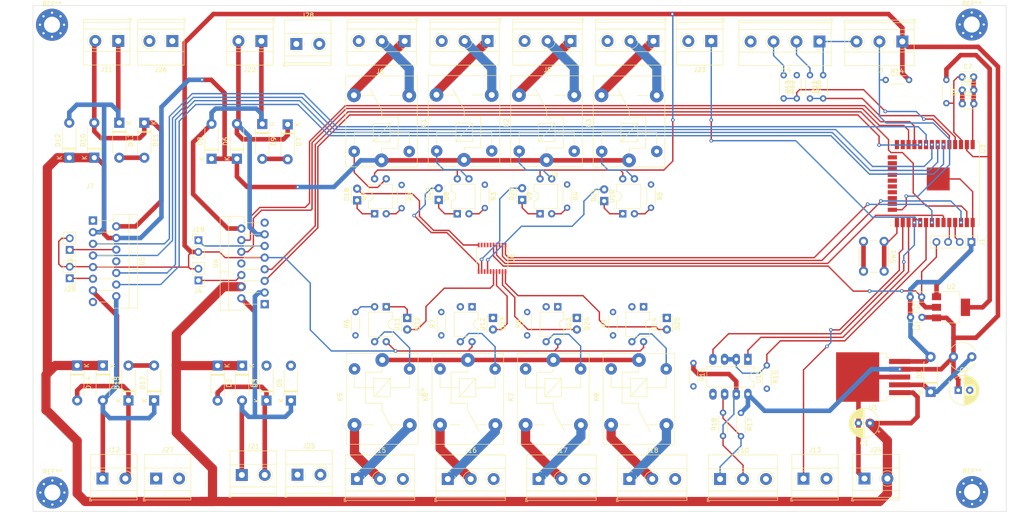
<source format=kicad_pcb>
(kicad_pcb (version 20211014) (generator pcbnew)
  (layers (0 "F.Cu" signal) (31 "B.Cu" signal) (34 "B.Paste" user) (35 "F.Paste" user) (36 "B.SilkS" user "B.Silkscreen") (37 "F.SilkS" user "F.Silkscreen") (38 "B.Mask" user) (39 "F.Mask" user) (44 "Edge.Cuts" user))
  (net 0 "")
  (net 1 "12V")
  (net 2 "GND")
  (net 3 "5V")
  (net 4 "3V3")
  (net 5 "+3V3")
  (net 6 "Net-(C7-Pad1)")
  (net 7 "Net-(D1-Pad1)")
  (net 8 "OUT1_MT1")
  (net 9 "OUT2_MT1")
  (net 10 "OUT3_MT1")
  (net 11 "OUT4_MT1")
  (net 12 "OUT1_MT2")
  (net 13 "OUT2_MT2")
  (net 14 "OUT3_MT2")
  (net 15 "OUT4_MT2")
  (net 16 "Net-(D18-Pad1)")
  (net 17 "RL_1")
  (net 18 "Net-(D19-Pad1)")
  (net 19 "RL_2")
  (net 20 "Net-(D20-Pad1)")
  (net 21 "RL_3")
  (net 22 "Net-(D21-Pad1)")
  (net 23 "RL_4")
  (net 24 "Net-(D22-Pad1)")
  (net 25 "RL_5")
  (net 26 "Net-(D23-Pad1)")
  (net 27 "RL_6")
  (net 28 "Net-(D24-Pad1)")
  (net 29 "RL_7")
  (net 30 "Net-(D25-Pad1)")
  (net 31 "RL_8")
  (net 32 "TX0")
  (net 33 "RX0")
  (net 34 "DS18B20")
  (net 35 "EA_MT1")
  (net 36 "EA_MT2")
  (net 37 "AL_ON_1")
  (net 38 "AL_OFF_1")
  (net 39 "AL_ON_2")
  (net 40 "AL_OFF_2")
  (net 41 "AL_ON_3")
  (net 42 "AL_OFF_3")
  (net 43 "AL_ON_4")
  (net 44 "AL_OFF_4")
  (net 45 "RS485_A")
  (net 46 "RS485_B")
  (net 47 "BTN_1")
  (net 48 "ADC_IN_1")
  (net 49 "ADC_IN_2")
  (net 50 "AL_ON_5")
  (net 51 "AL_OFF_5")
  (net 52 "AL_ON_6")
  (net 53 "AL_OFF_6")
  (net 54 "AL_ON_7")
  (net 55 "AL_OFF_7")
  (net 56 "AL_ON_8")
  (net 57 "AL_OFF_8")
  (net 58 "EB_MT1")
  (net 59 "EB_MT2")
  (net 60 "BTN_2")
  (net 61 "Net-(K1-Pad5)")
  (net 62 "Net-(K2-Pad5)")
  (net 63 "Net-(K3-Pad5)")
  (net 64 "Net-(K4-Pad5)")
  (net 65 "Net-(K5-Pad5)")
  (net 66 "Net-(K6-Pad5)")
  (net 67 "Net-(K7-Pad5)")
  (net 68 "Net-(K8-Pad5)")
  (net 69 "Net-(R2-Pad2)")
  (net 70 "Net-(R3-Pad2)")
  (net 71 "Net-(R4-Pad2)")
  (net 72 "Net-(R5-Pad2)")
  (net 73 "Net-(R6-Pad2)")
  (net 74 "Net-(R7-Pad2)")
  (net 75 "Net-(R8-Pad2)")
  (net 76 "Net-(R9-Pad2)")
  (net 77 "ADC_1")
  (net 78 "ADC_2")
  (net 79 "CTL_RS485")
  (net 80 "Boot")
  (net 81 "IN4_MT2")
  (net 82 "IN3_MT2")
  (net 83 "IN2_MT2")
  (net 84 "IN1_MT2")
  (net 85 "IN1_MT1")
  (net 86 "IN4_MT1")
  (net 87 "IN3_MT1")
  (net 94 "RX_RS485")
  (net 95 "TX_RS485")
  (net 96 "INT_RELAY")
  (net 98 "SDA_RELAY")
  (net 99 "SCL_RELAY")
  (net 100 "IN2_MT1")
  (footprint "TerminalBlock_Phoenix:TerminalBlock_Phoenix_MKDS-1,5-2_1x02_P5.00mm_Horizontal" (layer "F.Cu") (at 56.5512 47.5486 180)
    (fp_text reference "J26")
    (fp_text value "MT4")
  )
  (footprint "TerminalBlock_Phoenix:TerminalBlock_Phoenix_MKDS-1,5-3_1x03_P5.00mm_Horizontal" (layer "F.Cu") (at 215.6676 47.6502 180)
    (fp_text reference "J3")
    (fp_text value "Conn_01x03")
  )
  (footprint "Diode_THT:D_DO-41_SOD81_P7.62mm_Horizontal" (layer "F.Cu") (at 46.99 125.9586 90)
    (fp_text reference "D15")
    (fp_text value "D")
  )
  (footprint "Package_DIP:DIP-4_W7.62mm" (layer "F.Cu") (at 121.8742 105.5216 -90)
    (fp_text reference "U12")
    (fp_text value "PC817")
  )
  (footprint "Connector_PinHeader_2.54mm:PinHeader_1x02_P2.54mm_Vertical" (layer "F.Cu") (at 62.23 99.7762 180)
    (fp_text reference "J4")
    (fp_text value "Conn_01x02_Female")
  )
  (footprint "Diode_THT:D_DO-41_SOD81_P7.62mm_Horizontal" (layer "F.Cu") (at 41.402 118.3386 -90)
    (fp_text reference "D16")
    (fp_text value "D")
  )
  (footprint "Connector_PinHeader_2.54mm:PinHeader_1x02_P2.54mm_Vertical" (layer "F.Cu") (at 34.1884 93.1214 180)
    (fp_text reference "J5")
    (fp_text value "Conn_01x02_Female")
  )
  (footprint "Capacitor_THT:CP_Radial_D6.3mm_P2.50mm" (layer "F.Cu") (at 208.59878 130.9116 180)
    (fp_text reference "C1")
    (fp_text value "100uF")
  )
  (footprint "LED_THT:LED_D1.8mm_W3.3mm_H2.4mm" (layer "F.Cu") (at 164.338 107.945 -90)
    (fp_text reference "D25")
    (fp_text value "LED_Small")
  )
  (footprint "Diode_THT:D_DO-41_SOD81_P7.62mm_Horizontal" (layer "F.Cu") (at 71.746533 118.364 -90)
    (fp_text reference "D4")
    (fp_text value "D")
  )
  (footprint "TerminalBlock_Phoenix:TerminalBlock_Phoenix_MKDS-1,5-3_1x03_P5.00mm_Horizontal" (layer "F.Cu") (at 116.58688 143.1038)
    (fp_text reference "J16")
    (fp_text value "Screw_Terminal_01x03")
  )
  (footprint "Diode_THT:D_DO-41_SOD81_P7.62mm_Horizontal" (layer "F.Cu") (at 35.814 118.3386 -90)
    (fp_text reference "D14")
    (fp_text value "D")
  )
  (footprint "Resistor_THT:R_Axial_DIN0204_L3.6mm_D1.6mm_P5.08mm_Horizontal" (layer "F.Cu") (at 176.5808 133.7056 90)
    (fp_text reference "R18")
    (fp_text value "120")
  )
  (footprint "Connector_PinHeader_2.54mm:PinHeader_1x04_P2.54mm_Vertical" (layer "F.Cu") (at 230.7082 91.3892 -90)
    (fp_text reference "J1")
    (fp_text value "LCD")
  )
  (footprint "TerminalBlock_Phoenix:TerminalBlock_Phoenix_MKDS-1,5-3_1x03_P5.00mm_Horizontal" (layer "F.Cu") (at 161.408913 47.5486 180)
    (fp_text reference "J9")
    (fp_text value "Screw_Terminal_01x03")
  )
  (footprint "TerminalBlock_Phoenix:TerminalBlock_Phoenix_MKDS-1,5-2_1x02_P5.00mm_Horizontal" (layer "F.Cu") (at 194.1214 143.0276)
    (fp_text reference "J13")
    (fp_text value "Screw_Terminal_01x02")
  )
  (footprint "Inductor_THT:L_Radial_D6.0mm_P4.00mm" (layer "F.Cu") (at 230.8032 116.445021 180)
    (fp_text reference "L1")
    (fp_text value "68uH")
  )
  (footprint "TerminalBlock_Phoenix:TerminalBlock_Phoenix_MKDS-1,5-2_1x02_P5.00mm_Horizontal" (layer "F.Cu") (at 75.9568 47.5486 180)
    (fp_text reference "J22")
    (fp_text value "Screw_Terminal_01x02")
  )
  (footprint "TerminalBlock_Phoenix:TerminalBlock_Phoenix_MKDS-1,5-2_1x02_P5.00mm_Horizontal" (layer "F.Cu") (at 174.0154 47.5488 180)
    (fp_text reference "J23")
    (fp_text value "Screw_Terminal_01x02")
  )
  (footprint "Resistor_THT:R_Axial_DIN0204_L3.6mm_D1.6mm_P5.08mm_Horizontal" (layer "F.Cu") (at 225.2618 56.027 -90)
    (fp_text reference "R1")
    (fp_text value "10k")
  )
  (footprint "TerminalBlock_Phoenix:TerminalBlock_Phoenix_MKDS-1,5-2_1x02_P5.00mm_Horizontal" (layer "F.Cu") (at 71.6934 142.2148)
    (fp_text reference "J21")
    (fp_text value "Screw_Terminal_01x02")
  )
  (footprint "MountingHole:MountingHole_3.5mm_Pad_Via" (layer "F.Cu") (at 30.4038 146.05)
    (fp_text reference "REF**")
    (fp_text value "MountingHole_3.5mm_Pad_Via")
  )
  (footprint "Resistor_THT:R_Axial_DIN0204_L3.6mm_D1.6mm_P5.08mm_Horizontal" (layer "F.Cu") (at 186.1312 118.3132 -90)
    (fp_text reference "R15")
    (fp_text value "10K")
  )
  (footprint "Capacitor_THT:C_Disc_D3.0mm_W2.0mm_P2.50mm" (layer "F.Cu") (at 219.8678 103.4034 180)
    (fp_text reference "C4")
    (fp_text value "22uF")
  )
  (footprint "Package_TO_SOT_THT:TO-220-15_P2.54x2.54mm_StaggerOdd_Lead4.58mm_Vertical" (layer "F.Cu") (at 76.6742 104.9578 90)
    (fp_text reference "U4")
    (fp_text value "L298N")
  )
  (footprint "Diode_THT:D_DO-41_SOD81_P7.62mm_Horizontal" (layer "F.Cu") (at 34.0868 72.9996 90)
    (fp_text reference "D12")
    (fp_text value "D")
  )
  (footprint "Relay_THT:Relay_SPDT_SANYOU_SRD_Series_Form_C" (layer "F.Cu") (at 158.242 117.1284 -90)
    (fp_text reference "K8")
    (fp_text value "Relay")
  )
  (footprint "TerminalBlock_Phoenix:TerminalBlock_Phoenix_MKDS-1,5-2_1x02_P5.00mm_Horizontal" (layer "F.Cu") (at 83.5806 48.184)
    (fp_text reference "J28")
    (fp_text value "MT3")
  )
  (footprint "Package_DIP:DIP-4_W7.62mm" (layer "F.Cu") (at 118.6638 85.2324 90)
    (fp_text reference "U8")
    (fp_text value "PC817")
  )
  (footprint "Diode_THT:D_DO-41_SOD81_P7.62mm_Horizontal" (layer "F.Cu") (at 70.628933 73.2282 90)
    (fp_text reference "D6")
    (fp_text value "D")
  )
  (footprint "Relay_THT:Relay_SPDT_SANYOU_SRD_Series_Form_C" (layer "F.Cu") (at 102.3112 117.1284 -90)
    (fp_text reference "K5")
    (fp_text value "Relay")
  )
  (footprint "Resistor_THT:R_Axial_DIN0204_L3.6mm_D1.6mm_P5.08mm_Horizontal" (layer "F.Cu") (at 212.0392 56.0324)
    (fp_text reference "R14")
    (fp_text value "4k7")
  )
  (footprint "TerminalBlock_Phoenix:TerminalBlock_Phoenix_MKDS-1,5-3_1x03_P5.00mm_Horizontal" (layer "F.Cu") (at 125.262571 47.5486 180)
    (fp_text reference "J7")
    (fp_text value "Screw_Terminal_01x03")
  )
  (footprint "Resistor_THT:R_Axial_DIN0204_L3.6mm_D1.6mm_P5.08mm_Horizontal" (layer "F.Cu") (at 198.3994 60.071 90)
    (fp_text reference "R11")
    (fp_text value "10k")
  )
  (footprint "Capacitor_THT:C_Disc_D3.0mm_W2.0mm_P2.50mm" (layer "F.Cu") (at 228.7362 61.234)
    (fp_text reference "C5")
    (fp_text value "10uf")
  )
  (footprint "LED_THT:LED_D1.8mm_W3.3mm_H2.4mm" (layer "F.Cu") (at 114.6048 82.1994 90)
    (fp_text reference "D19")
    (fp_text value "LED_Small")
  )
  (footprint "Package_TO_SOT_SMD:SOT-223-3_TabPin2" (layer "F.Cu") (at 226.2632 105.6386)
    (fp_text reference "U2")
    (fp_text value "AMS1117-3.3")
  )
  (footprint "Diode_THT:D_DO-41_SOD81_P7.62mm_Horizontal" (layer "F.Cu") (at 221.8182 124.079 90)
    (fp_text reference "D1")
    (fp_text value "SS34")
  )
  (footprint "Diode_THT:D_DO-41_SOD81_P7.62mm_Horizontal" (layer "F.Cu") (at 50.4444 65.3796 -90)
    (fp_text reference "D11")
    (fp_text value "D")
  )
  (footprint "LED_THT:LED_D1.8mm_W3.3mm_H2.4mm" (layer "F.Cu") (at 96.8248 82.301 90)
    (fp_text reference "D18")
    (fp_text value "LED_Small")
  )
  (footprint "Diode_THT:D_DO-41_SOD81_P7.62mm_Horizontal" (layer "F.Cu") (at 77.072066 125.984 90)
    (fp_text reference "D3")
    (fp_text value "D")
  )
  (footprint "TerminalBlock_Phoenix:TerminalBlock_Phoenix_MKDS-1,5-3_1x03_P5.00mm_Horizontal" (layer "F.Cu") (at 107.1894 47.5486 180)
    (fp_text reference "J6")
    (fp_text value "Screw_Terminal_01x03")
  )
  (footprint "TerminalBlock_Phoenix:TerminalBlock_Phoenix_MKDS-1,5-4_1x04_P5.00mm_Horizontal" (layer "F.Cu") (at 197.594426 47.6502 180)
    (fp_text reference "J14")
    (fp_text value "Screw_Terminal_01x04")
  )
  (footprint "Package_DIP:DIP-4_W7.62mm" (layer "F.Cu") (at 100.6298 85.2324 90)
    (fp_text reference "U7")
    (fp_text value "PC817")
  )
  (footprint "Resistor_THT:R_Axial_DIN0204_L3.6mm_D1.6mm_P5.08mm_Horizontal" (layer "F.Cu") (at 106.5276 78.9432 -90)
    (fp_text reference "R2")
    (fp_text value "1k")
  )
  (footprint "Resistor_THT:R_Axial_DIN0204_L3.6mm_D1.6mm_P5.08mm_Horizontal" (layer "F.Cu") (at 142.5956 78.8416 -90)
    (fp_text reference "R4")
    (fp_text value "1k")
  )
  (footprint "Connector_PinHeader_2.54mm:PinHeader_1x02_P2.54mm_Vertical" (layer "F.Cu") (at 34.1884 99.319 180)
    (fp_text reference "J20")
    (fp_text value "Conn_01x02_Female")
  )
  (footprint "Resistor_THT:R_Axial_DIN0204_L3.6mm_D1.6mm_P5.08mm_Horizontal" (layer "F.Cu") (at 180.4924 128.6764 -90)
    (fp_text reference "R17")
    (fp_text value "10K")
  )
  (footprint "Package_DIP:DIP-4_W7.62mm" (layer "F.Cu") (at 136.6978 85.2324 90)
    (fp_text reference "U9")
    (fp_text value "PC817")
  )
  (footprint "Button_Switch_THT:SW_PUSH_6mm_H4.3mm" (layer "F.Cu") (at 211.6984 91.2634 -90)
    (fp_text reference "SW1")
    (fp_text value "Boot")
  )
  (footprint "Diode_THT:D_DO-41_SOD81_P7.62mm_Horizontal" (layer "F.Cu") (at 76.157666 65.6336 -90)
    (fp_text reference "D9")
    (fp_text value "D")
  )
  (footprint "Diode_THT:D_DO-41_SOD81_P7.62mm_Horizontal" (layer "F.Cu") (at 82.3976 125.984 90)
    (fp_text reference "D5")
    (fp_text value "D")
  )
  (footprint "MountingHole:MountingHole_3.5mm_Pad_Via" (layer "F.Cu") (at 30.3276 43.9928)
    (fp_text reference "REF**")
    (fp_text value "MountingHole_3.5mm_Pad_Via")
  )
  (footprint "Package_TO_SOT_THT:TO-220-15_P2.54x2.54mm_StaggerOdd_Lead4.58mm_Vertical" (layer "F.Cu") (at 39.2514 86.7106 -90)
    (fp_text reference "U5")
    (fp_text value "L298N")
  )
  (footprint "Resistor_THT:R_Axial_DIN0204_L3.6mm_D1.6mm_P5.08mm_Horizontal" (layer "F.Cu") (at 160.8836 78.8416 -90)
    (fp_text reference "R5")
    (fp_text value "1k")
  )
  (footprint "Capacitor_THT:C_Disc_D3.0mm_W2.0mm_P2.50mm" (layer "F.Cu") (at 228.6908 55.392)
    (fp_text reference "C7")
    (fp_text value "1uf")
  )
  (footprint "Relay_THT:Relay_SPDT_SANYOU_SRD_Series_Form_C" (layer "F.Cu") (at 138.105 73.524 90)
    (fp_text reference "K3")
    (fp_text value "Relay")
  )
  (footprint "Resistor_THT:R_Axial_DIN0204_L3.6mm_D1.6mm_P5.08mm_Horizontal" (layer "F.Cu") (at 170.1292 117.8052 -90)
    (fp_text reference "R16")
    (fp_text value "10K")
  )
  (footprint "Resistor_THT:R_Axial_DIN0204_L3.6mm_D1.6mm_P5.08mm_Horizontal" (layer "F.Cu") (at 133.891866 111.76 90)
    (fp_text reference "R8")
    (fp_text value "1k")
  )
  (footprint "TerminalBlock_Phoenix:TerminalBlock_Phoenix_MKDS-1,5-3_1x03_P5.00mm_Horizontal" (layer "F.Cu") (at 175.93792 143.1038)
    (fp_text reference "J10")
    (fp_text value "Screw_Terminal_01x03")
  )
  (footprint "RF_Module:ESP32-WROOM-32U" (layer "F.Cu") (at 222.7326 78.6384 -90)
    (fp_text reference "U3")
    (fp_text value "ESP32-WROOM-32U")
  )
  (footprint "TerminalBlock_Phoenix:TerminalBlock_Phoenix_MKDS-1,5-3_1x03_P5.00mm_Horizontal" (layer "F.Cu") (at 96.8032 143.1038)
    (fp_text reference "J15")
    (fp_text value "Screw_Terminal_01x03")
  )
  (footprint "Relay_THT:Relay_SPDT_SANYOU_SRD_Series_Form_C" (layer "F.Cu") (at 156.0882 73.5748 90)
    (fp_text reference "K4")
    (fp_text value "Relay")
  )
  (footprint "TerminalBlock_Phoenix:TerminalBlock_Phoenix_MKDS-1,5-2_1x02_P5.00mm_Horizontal" (layer "F.Cu") (at 41.315 143.0022)
    (fp_text reference "J12")
    (fp_text value "Screw_Terminal_01x02")
  )
  (footprint "TerminalBlock_Phoenix:TerminalBlock_Phoenix_MKDS-1,5-2_1x02_P5.00mm_Horizontal" (layer "F.Cu") (at 83.8346 142.164)
    (fp_text reference "J25")
    (fp_text value "MT1")
  )
  (footprint "Package_DIP:DIP-4_W7.62mm" (layer "F.Cu") (at 103.1798 105.5216 -90)
    (fp_text reference "U11")
    (fp_text value "PC817")
  )
  (footprint "Resistor_THT:R_Axial_DIN0204_L3.6mm_D1.6mm_P5.08mm_Horizontal" (layer "F.Cu") (at 124.6632 78.8924 -90)
    (fp_text reference "R3")
    (fp_text value "1k")
  )
  (footprint "Resistor_THT:R_Axial_DIN0204_L3.6mm_D1.6mm_P5.08mm_Horizontal" (layer "F.Cu") (at 189.7888 54.991 -90)
    (fp_text reference "R12")
    (fp_text value "27k")
  )
  (footprint "Relay_THT:Relay_SPDT_SANYOU_SRD_Series_Form_C" (layer "F.Cu") (at 102.1386 73.5748 90)
    (fp_text reference "K1")
    (fp_text value "Relay")
  )
  (footprint "TerminalBlock_Phoenix:TerminalBlock_Phoenix_MKDS-1,5-3_1x03_P5.00mm_Horizontal" (layer "F.Cu") (at 143.335742 47.5486 180)
    (fp_text reference "J8")
    (fp_text value "Screw_Terminal_01x03")
  )
  (footprint "Resistor_THT:R_Axial_DIN0204_L3.6mm_D1.6mm_P5.08mm_Horizontal" (layer "F.Cu") (at 195.5292 54.991 -90)
    (fp_text reference "R10")
    (fp_text value "27k")
  )
  (footprint "LED_THT:LED_D1.8mm_W3.3mm_H2.4mm" (layer "F.Cu") (at 150.6728 82.4534 90)
    (fp_text reference "D21")
    (fp_text value "LED_Small")
  )
  (footprint "Capacitor_THT:C_Disc_D3.0mm_W2.0mm_P2.50mm" (layer "F.Cu") (at 228.7308 58.2622)
    (fp_text reference "C6")
    (fp_text value "0.1uf")
  )
  (footprint "Diode_THT:D_DO-41_SOD81_P7.62mm_Horizontal" (layer "F.Cu") (at 44.991866 65.3796 -90)
    (fp_text reference "D13")
    (fp_text value "D")
  )
  (footprint "TerminalBlock_Phoenix:TerminalBlock_Phoenix_MKDS-1,5-3_1x03_P5.00mm_Horizontal" (layer "F.Cu") (at 136.37056 143.1038)
    (fp_text reference "J17")
    (fp_text value "Screw_Terminal_01x03")
  )
  (footprint "TerminalBlock_Phoenix:TerminalBlock_Phoenix_MKDS-1,5-2_1x02_P5.00mm_Horizontal" (layer "F.Cu") (at 53.0244 143.0022)
    (fp_text reference "J27")
    (fp_text value "MT2")
  )
  (footprint "Diode_THT:D_DO-41_SOD81_P7.62mm_Horizontal" (layer "F.Cu") (at 39.539333 72.9996 90)
    (fp_text reference "D10")
    (fp_text value "D")
  )
  (footprint "Connector_PinHeader_2.54mm:PinHeader_1x02_P2.54mm_Vertical" (layer "F.Cu") (at 62.23 91.0286)
    (fp_text reference "J19")
    (fp_text value "Conn_01x02_Female")
  )
  (footprint "Resistor_THT:R_Axial_DIN0204_L3.6mm_D1.6mm_P5.08mm_Horizontal" (layer "F.Cu") (at 192.659 60.071 90)
    (fp_text reference "R13")
    (fp_text value "10k")
  )
  (footprint "Relay_THT:Relay_SPDT_SANYOU_SRD_Series_Form_C" (layer "F.Cu") (at 139.5984 117.1284 -90)
    (fp_text reference "K7")
    (fp_text value "Relay")
  )
  (footprint "TerminalBlock_Phoenix:TerminalBlock_Phoenix_MKDS-1,5-2_1x02_P5.00mm_Horizontal" (layer "F.Cu") (at 44.7656 47.5232 180)
    (fp_text reference "J11")
    (fp_text value "Screw_Terminal_01x02")
  )
  (footprint "Diode_THT:D_DO-41_SOD81_P7.62mm_Horizontal" (layer "F.Cu") (at 81.6864 65.7352 -90)
    (fp_text reference "D7")
    (fp_text value "D")
  )
  (footprint "Package_DIP:DIP-4_W7.62mm" (layer "F.Cu") (at 154.7318 85.2324 90)
    (fp_text reference "U10")
    (fp_text value "PC817")
  )
  (footprint "LED_THT:LED_D1.8mm_W3.3mm_H2.4mm" (layer "F.Cu") (at 107.7468 107.945 -90)
    (fp_text reference "D22")
    (fp_text value "LED_Small")
  )
  (footprint "Package_DIP:DIP-4_W7.62mm" (layer "F.Cu") (at 140.5686 105.5216 -90)
    (fp_text reference "U13")
    (fp_text value "PC817")
  )
  (footprint "TerminalBlock_Phoenix:TerminalBlock_Phoenix_MKDS-1,5-2_1x02_P5.00mm_Horizontal" (layer "F.Cu") (at 207.4056 143.0022)
    (fp_text reference "J24")
    (fp_text value "Power")
  )
  (footprint "Package_DIP:DIP-8_W7.62mm_LongPads" (layer "F.Cu") (at 182.0064 116.9774 -90)
    (fp_text reference "U15")
    (fp_text value "MAX485E")
  )
  (footprint "Diode_THT:D_DO-41_SOD81_P7.62mm_Horizontal" (layer "F.Cu") (at 65.1002 73.2282 90)
    (fp_text reference "D8")
    (fp_text value "D")
  )
  (footprint "Package_TO_SOT_SMD:TO-263-5_TabPin3" (layer "F.Cu") (at 209.296 120.8532 180)
    (fp_text reference "U1")
    (fp_text value "LM2596S-5")
  )
  (footprint "Resistor_THT:R_Axial_DIN0204_L3.6mm_D1.6mm_P5.08mm_Horizontal" (layer "F.Cu") (at 115.180533 111.76 90)
    (fp_text reference "R7")
    (fp_text value "1k")
  )
  (footprint "Resistor_THT:R_Axial_DIN0204_L3.6mm_D1.6mm_P5.08mm_Horizontal" (layer "F.Cu") (at 96.4692 111.76 90)
    (fp_text reference "R6")
    (fp_text value "1k")
  )
  (footprint "Package_SO:SSOP-20_4.4x6.5mm_P0.65mm" (layer "F.Cu") (at 126.238 94.9452 -90)
    (fp_text reference "U6")
    (fp_text value "PCF8574ATS")
  )
  (footprint "TerminalBlock_Phoenix:TerminalBlock_Phoenix_MKDS-1,5-3_1x03_P5.00mm_Horizontal" (layer "F.Cu") (at 156.15424 143.1038)
    (fp_text reference "J18")
    (fp_text value "Screw_Terminal_01x03")
  )
  (footprint "LED_THT:LED_D1.8mm_W3.3mm_H2.4mm" (layer "F.Cu") (at 132.7912 82.1994 90)
    (fp_text reference "D20")
    (fp_text value "LED_Small")
  )
  (footprint "Capacitor_THT:CP_Radial_D6.3mm_P2.50mm" (layer "F.Cu") (at 227.849421 123.7234)
    (fp_text reference "C2")
    (fp_text value "330uF")
  )
  (footprint "Diode_THT:D_DO-41_SOD81_P7.62mm_Horizontal" (layer "F.Cu") (at 66.421 118.364 -90)
    (fp_text reference "D2")
    (fp_text value "D")
  )
  (footprint "MountingHole:MountingHole_3.5mm_Pad_Via" (layer "F.Cu") (at 230.7844 43.942)
    (fp_text reference "REF**")
    (fp_text value "MountingHole_3.5mm_Pad_Via")
  )
  (footprint "Resistor_THT:R_Axial_DIN0204_L3.6mm_D1.6mm_P5.08mm_Horizontal" (layer "F.Cu") (at 152.6032 111.76 90)
    (fp_text reference "R9")
    (fp_text value "1k")
  )
  (footprint "LED_THT:LED_D1.8mm_W3.3mm_H2.4mm" (layer "F.Cu") (at 144.7292 107.945 -90)
    (fp_text reference "D24")
    (fp_text value "LED_Small")
  )
  (footprint "Relay_THT:Relay_SPDT_SANYOU_SRD_Series_Form_C" (layer "F.Cu") (at 120.1218 73.4732 90)
    (fp_text reference "K2")
    (fp_text value "Relay")
  )
  (footprint "Diode_THT:D_DO-41_SOD81_P7.62mm_Horizontal" (layer "F.Cu") (at 52.578 125.9586 90)
    (fp_text reference "D17")
    (fp_text value "D")
  )
  (footprint "Package_DIP:DIP-4_W7.62mm" (layer "F.Cu") (at 159.263 105.5216 -90)
    (fp_text reference "U14")
    (fp_text value "PC817")
  )
  (footprint "Capacitor_THT:C_Disc_D3.0mm_W2.0mm_P2.50mm" (layer "F.Cu") (at 219.944 107.823 180)
    (fp_text reference "C3")
    (fp_text value "10UF")
  )
  (footprint "Relay_THT:Relay_SPDT_SANYOU_SRD_Series_Form_C" (layer "F.Cu") (at 120.9548 117.1284 -90)
    (fp_text reference "K6")
    (fp_text value "Relay")
  )
  (footprint "LED_THT:LED_D1.8mm_W3.3mm_H2.4mm" (layer "F.Cu") (at 126.4412 107.945 -90)
    (fp_text reference "D23")
    (fp_text value "LED_Small")
  )
  (footprint "MountingHole:MountingHole_3.5mm_Pad_Via" (layer "F.Cu") (at 230.8606 145.9484)
    (fp_text reference "REF**")
    (fp_text value "MountingHole_3.5mm_Pad_Via")
  )
  (gr_rect (start 26.1874 39.8018) (end 238.3028 150.1648) (layer "Edge.Cuts") (width 0.1) (fill none))
  (segment (start 217.551 130.9116) (end 208.59878 130.9116) (width 1) (layer "F.Cu") (net 1))
  (segment (start 29.3116 120.0658) (end 31.0388 118.3386) (width 2) (layer "F.Cu") (net 1))
  (segment (start 29.3116 120.0658) (end 29.3116 75.2094) (width 2) (layer "F.Cu") (net 1))
  (segment (start 65.1002 73.2282) (end 67.945 73.2282) (width 1) (layer "F.Cu") (net 1))
  (segment (start 57.4294 118.2878) (end 57.4294 111.4552) (width 2) (layer "F.Cu") (net 1))
  (segment (start 37.5666 148.0058) (end 35.814 146.2532) (width 2) (layer "F.Cu") (net 1))
  (segment (start 212.4056 143.0022) (end 212.4056 134.71842) (width 2) (layer "F.Cu") (net 1))
  (segment (start 44.3314 90.5206) (end 42.54 90.5206) (width 1) (layer "F.Cu") (net 1))
  (segment (start 62.8396 148.0058) (end 37.5666 148.0058) (width 2) (layer "F.Cu") (net 1))
  (segment (start 57.4294 111.4552) (end 67.7368 101.1478) (width 2) (layer "F.Cu") (net 1))
  (segment (start 71.746533 118.364) (end 66.421 118.364) (width 2) (layer "F.Cu") (net 1))
  (segment (start 57.4294 132.969) (end 57.4294 118.2878) (width 2) (layer "F.Cu") (net 1))
  (segment (start 67.7368 101.1478) (end 71.5942 101.1478) (width 2) (layer "F.Cu") (net 1))
  (segment (start 218.9734 129.4892) (end 217.551 130.9116) (width 1) (layer "F.Cu") (net 1))
  (segment (start 62.8396 148.0058) (end 65.3034 148.0058) (width 2) (layer "F.Cu") (net 1))
  (segment (start 35.814 146.2532) (end 35.814 134.7724) (width 2) (layer "F.Cu") (net 1))
  (segment (start 41.6814 74.6506) (end 40.0304 72.9996) (width 1) (layer "F.Cu") (net 1))
  (segment (start 29.0068 120.3706) (end 29.3116 120.0658) (width 2) (layer "F.Cu") (net 1))
  (segment (start 35.814 118.3386) (end 41.402 118.3386) (width 2) (layer "F.Cu") (net 1))
  (segment (start 65.3034 140.843) (end 57.4294 132.969) (width 2) (layer "F.Cu") (net 1))
  (segment (start 40.0304 72.9996) (end 39.539333 72.9996) (width 1) (layer "F.Cu") (net 1))
  (segment (start 57.5056 118.364) (end 66.421 118.364) (width 2) (layer "F.Cu") (net 1))
  (segment (start 212.4056 134.71842) (end 208.59878 130.9116) (width 2) (layer "F.Cu") (net 1))
  (segment (start 31.0388 118.3386) (end 35.814 118.3386) (width 2) (layer "F.Cu") (net 1))
  (segment (start 31.5214 72.9996) (end 39.539333 72.9996) (width 2) (layer "F.Cu") (net 1))
  (segment (start 67.945 73.2282) (end 67.945 58.928) (width 1) (layer "F.Cu") (net 1))
  (segment (start 34.8996 72.9996) (end 34.0868 72.9996) (width 1) (layer "F.Cu") (net 1))
  (segment (start 70.628933 73.2282) (end 70.628933 77.156733) (width 1) (layer "F.Cu") (net 1))
  (segment (start 72.8726 79.4004) (end 83.8962 79.4004) (width 1) (layer "F.Cu") (net 1))
  (segment (start 67.945 58.928) (end 65.024 56.007) (width 1) (layer "F.Cu") (net 1))
  (segment (start 29.3116 75.2094) (end 31.5214 72.9996) (width 2) (layer "F.Cu") (net 1))
  (segment (start 218.9734 125.2474) (end 218.9734 129.4892) (width 1) (layer "F.Cu") (net 1))
  (segment (start 67.945 73.2282) (end 70.628933 73.2282) (width 1) (layer "F.Cu") (net 1))
  (segment (start 212.4056 146.2932) (end 210.693 148.0058) (width 2) (layer "F.Cu") (net 1))
  (segment (start 65.3034 148.0058) (end 65.3034 140.843) (width 2) (layer "F.Cu") (net 1))
  (segment (start 29.0068 128.0922) (end 29.0068 120.3706) (width 2) (layer "F.Cu") (net 1))
  (segment (start 65.024 56.007) (end 63.0174 56.007) (width 1) (layer "F.Cu") (net 1))
  (segment (start 215.071 124.2532) (end 217.9792 124.2532) (width 1) (layer "F.Cu") (net 1))
  (segment (start 57.4294 118.2878) (end 57.5056 118.364) (width 2) (layer "F.Cu") (net 1))
  (segment (start 102.1386 73.5748) (end 156.0882 73.5748) (width 1) (layer "F.Cu") (net 1))
  (segment (start 210.693 148.0058) (end 62.8396 148.0058) (width 2) (layer "F.Cu") (net 1))
  (segment (start 41.6814 89.662) (end 41.6814 74.6506) (width 1) (layer "F.Cu") (net 1))
  (segment (start 217.9792 124.2532) (end 218.9734 125.2474) (width 1) (layer "F.Cu") (net 1))
  (segment (start 35.814 134.7724) (end 29.1338 128.0922) (width 2) (layer "F.Cu") (net 1))
  (segment (start 212.4056 143.0022) (end 212.4056 146.2932) (width 2) (layer "F.Cu") (net 1))
  (segment (start 29.1338 128.0922) (end 29.0068 128.0922) (width 2) (layer "F.Cu") (net 1))
  (segment (start 70.628933 77.156733) (end 72.8726 79.4004) (width 1) (layer "F.Cu") (net 1))
  (segment (start 158.242 117.1284) (end 102.3112 117.1284) (width 1) (layer "F.Cu") (net 1))
  (segment (start 42.54 90.5206) (end 41.6814 89.662) (width 1) (layer "F.Cu") (net 1))
  (via (at 63.0174 56.007) (size 0.8) (drill 0.4) (layers "F.Cu" "B.Cu") (net 1))
  (via (at 83.8962 79.4004) (size 0.8) (drill 0.4) (layers "F.Cu" "B.Cu") (net 1))
  (segment (start 60.1218 56.007) (end 54.1782 61.9506) (width 1) (layer "B.Cu") (net 1))
  (segment (start 54.1782 85.979) (end 49.6366 90.5206) (width 1) (layer "B.Cu") (net 1))
  (segment (start 54.1782 61.9506) (end 54.1782 85.979) (width 1) (layer "B.Cu") (net 1))
  (segment (start 97.5958 73.5748) (end 102.1386 73.5748) (width 1) (layer "B.Cu") (net 1))
  (segment (start 63.0174 56.007) (end 60.1218 56.007) (width 1) (layer "B.Cu") (net 1))
  (segment (start 83.8962 79.4004) (end 91.7702 79.4004) (width 1) (layer "B.Cu") (net 1))
  (segment (start 91.7702 79.4004) (end 97.5958 73.5748) (width 1) (layer "B.Cu") (net 1))
  (segment (start 49.6366 90.5206) (end 44.3314 90.5206) (width 1) (layer "B.Cu") (net 1))
  (segment (start 230.9876 61.4826) (end 231.2362 61.234) (width 0.3) (layer "F.Cu") (net 2))
  (segment (start 230.9876 87.1384) (end 230.9876 91.1098) (width 0.3) (layer "F.Cu") (net 2))
  (segment (start 231.1908 55.392) (end 231.1908 61.1886) (width 1) (layer "F.Cu") (net 2))
  (segment (start 228.2096 77.6384) (end 223.4876 77.6384) (width 0.3) (layer "F.Cu") (net 2))
  (segment (start 206.09878 130.9116) (end 206.09878 141.69538) (width 1) (layer "F.Cu") (net 2))
  (segment (start 230.9876 70.1384) (end 230.9876 61.4826) (width 0.3) (layer "F.Cu") (net 2))
  (segment (start 44.991866 72.9996) (end 50.4444 72.9996) (width 1) (layer "F.Cu") (net 2))
  (segment (start 220.824 117.4532) (end 221.8182 116.459) (width 1) (layer "F.Cu") (net 2))
  (segment (start 217.3678 107.7468) (end 217.444 107.823) (width 1) (layer "F.Cu") (net 2))
  (segment (start 206.09878 121.03098) (end 205.921 120.8532) (width 1) (layer "F.Cu") (net 2))
  (segment (start 206.09878 130.9116) (end 206.09878 121.03098) (width 1) (layer "F.Cu") (net 2))
  (segment (start 215.071 117.4532) (end 220.824 117.4532) (width 1) (layer "F.Cu") (net 2))
  (segment (start 81.5848 73.2536) (end 81.6864 73.3552) (width 1) (layer "F.Cu") (net 2))
  (segment (start 46.99 118.3386) (end 52.578 118.3386) (width 1) (layer "F.Cu") (net 2))
  (segment (start 230.9876 91.0186) (end 230.6678 91.3384) (width 0.3) (layer "F.Cu") (net 2))
  (segment (start 230.9876 91.1098) (end 230.7082 91.3892) (width 0.3) (layer "F.Cu") (net 2))
  (segment (start 230.9876 87.1384) (end 230.9876 80.4164) (width 0.3) (layer "F.Cu") (net 2))
  (segment (start 207.1984 91.2634) (end 207.1984 97.7634) (width 1) (layer "F.Cu") (net 2))
  (segment (start 223.1132 100.686) (end 230.6678 93.1314) (width 1) (layer "F.Cu") (net 2))
  (segment (start 231.1908 61.1886) (end 231.2362 61.234) (width 1) (layer "F.Cu") (net 2))
  (segment (start 230.6678 91.4296) (end 230.7082 91.3892) (width 1) (layer "F.Cu") (net 2))
  (segment (start 230.6678 93.1314) (end 230.6678 91.4296) (width 1) (layer "F.Cu") (net 2))
  (segment (start 223.1132 103.3386) (end 223.1132 100.686) (width 1) (layer "F.Cu") (net 2))
  (segment (start 217.3678 103.4034) (end 217.3678 107.7468) (width 1) (layer "F.Cu") (net 2))
  (segment (start 230.9876 80.4164) (end 228.2096 77.6384) (width 0.3) (layer "F.Cu") (net 2))
  (segment (start 206.09878 141.69538) (end 207.4056 143.0022) (width 1) (layer "F.Cu") (net 2))
  (segment (start 215.071 120.8532) (end 205.921 120.8532) (width 1) (layer "F.Cu") (net 2))
  (segment (start 76.157666 73.2536) (end 81.5848 73.2536) (width 1) (layer "F.Cu") (net 2))
  (segment (start 230.6678 93.1884) (end 223.704 100.1522) (width 1) (layer "B.Cu") (net 2))
  (segment (start 230.6678 93.1884) (end 230.6678 91.4296) (width 1) (layer "B.Cu") (net 2))
  (segment (start 218.9734 100.1522) (end 217.3678 101.7578) (width 1) (layer "B.Cu") (net 2))
  (segment (start 230.6678 91.4296) (end 230.7082 91.3892) (width 1) (layer "B.Cu") (net 2))
  (segment (start 197.594426 47.6502) (end 205.6676 47.6502) (width 0.3) (layer "B.Cu") (net 2))
  (segment (start 223.704 100.1522) (end 218.9734 100.1522) (width 1) (layer "B.Cu") (net 2))
  (segment (start 198.3994 48.455174) (end 197.594426 47.6502) (width 0.3) (layer "B.Cu") (net 2))
  (segment (start 198.3994 54.991) (end 198.3994 48.455174) (width 0.3) (layer "B.Cu") (net 2))
  (segment (start 217.444 112.0848) (end 221.8182 116.459) (width 1) (layer "B.Cu") (net 2))
  (segment (start 217.3678 101.7578) (end 217.3678 103.4034) (width 1) (layer "B.Cu") (net 2))
  (segment (start 217.444 107.823) (end 217.444 112.0848) (width 1) (layer "B.Cu") (net 2))
  (segment (start 121.8742 114.2696) (end 121.8742 113.1416) (width 0.3) (layer "F.Cu") (net 3))
  (segment (start 118.6638 75.7378) (end 118.618 75.692) (width 0.3) (layer "F.Cu") (net 3))
  (segment (start 159.263 114.3812) (end 159.263 113.1416) (width 0.3) (layer "F.Cu") (net 3))
  (segment (start 60.7618 93.5686) (end 60.0964 94.234) (width 0.3) (layer "F.Cu") (net 3))
  (segment (start 32.3646 96.779) (end 34.1884 96.779) (width 0.3) (layer "F.Cu") (net 3))
  (segment (start 227.8888 121.3612) (end 227.849421 121.400579) (width 1) (layer "F.Cu") (net 3))
  (segment (start 39.2514 96.8706) (end 60.0914 96.8706) (width 0.3) (layer "F.Cu") (net 3))
  (segment (start 215.6676 44.6748) (end 212.6488 41.656) (width 1) (layer "F.Cu") (net 3))
  (segment (start 215.6676 47.6502) (end 215.6676 54.5808) (width 1) (layer "F.Cu") (net 3))
  (segment (start 226.8032 112.2868) (end 226.8032 116.445021) (width 1) (layer "F.Cu") (net 3))
  (segment (start 226.8032 120.2756) (end 227.8888 121.3612) (width 1) (layer "F.Cu") (net 3))
  (segment (start 120.9802 115.1636) (end 139.8016 115.1636) (width 0.3) (layer "F.Cu") (net 3))
  (segment (start 212.6488 41.656) (end 165.5318 41.656) (width 1) (layer "F.Cu") (net 3))
  (segment (start 219.944 107.823) (end 222.9976 107.823) (width 1) (layer "F.Cu") (net 3))
  (segment (start 136.652 75.692) (end 154.178 75.692) (width 0.3) (layer "F.Cu") (net 3))
  (segment (start 100.6298 77.6124) (end 100.6298 76.3574) (width 0.3) (layer "F.Cu") (net 3))
  (segment (start 232.1814 48.8188) (end 236.4994 53.1368) (width 1) (layer "F.Cu") (net 3))
  (segment (start 227.849421 121.400579) (end 227.849421 123.7234) (width 1) (layer "F.Cu") (net 3))
  (segment (start 216.8362 48.8188) (end 232.1814 48.8188) (width 1) (layer "F.Cu") (net 3))
  (segment (start 118.6638 77.6124) (end 118.6638 75.7378) (width 0.3) (layer "F.Cu") (net 3))
  (segment (start 34.1884 96.779) (end 39.1598 96.779) (width 0.3) (layer "F.Cu") (net 3))
  (segment (start 231.7054 112.2868) (end 226.8032 112.2868) (width 1) (layer "F.Cu") (net 3))
  (segment (start 66.8224 93.5686) (end 68.0516 94.7978) (width 0.3) (layer "F.Cu") (net 3))
  (segment (start 120.9802 115.1636) (end 121.8742 114.2696) (width 0.3) (layer "F.Cu") (net 3))
  (segment (start 159.2834 114.4016) (end 159.263 114.3812) (width 0.3) (layer "F.Cu") (net 3))
  (segment (start 60.6248 93.5686) (end 62.23 93.5686) (width 1) (layer "F.Cu") (net 3))
  (segment (start 105.2018 115.1636) (end 120.9802 115.1636) (width 0.3) (layer "F.Cu") (net 3))
  (segment (start 60.0914 96.8706) (end 60.457 97.2362) (width 0.3) (layer "F.Cu") (net 3))
  (segment (start 60.0964 96.8756) (end 60.457 97.2362) (width 0.3) (layer "F.Cu") (net 3))
  (segment (start 32.4562 90.5814) (end 31.8008 91.2368) (width 0.3) (layer "F.Cu") (net 3))
  (segment (start 226.8032 109.4552) (end 226.8032 112.2868) (width 1) (layer "F.Cu") (net 3))
  (segment (start 215.6676 54.5808) (end 217.1192 56.0324) (width 1) (layer "F.Cu") (net 3))
  (segment (start 60.0964 94.234) (end 60.0964 96.8756) (width 0.3) (layer "F.Cu") (net 3))
  (segment (start 158.5214 115.1636) (end 159.2834 114.4016) (width 0.3) (layer "F.Cu") (net 3))
  (segment (start 163.6776 75.692) (end 164.1094 75.2602) (width 0.3) (layer "F.Cu") (net 3))
  (segment (start 154.7318 76.2458) (end 154.7318 77.6124) (width 0.3) (layer "F.Cu") (net 3))
  (segment (start 224.095021 119.1532) (end 226.8032 116.445021) (width 1) (layer "F.Cu") (net 3))
  (segment (start 39.1598 96.779) (end 39.2514 96.8706) (width 0.3) (layer "F.Cu") (net 3))
  (segment (start 164.1094 75.2602) (end 165.6334 73.7362) (width 0.3) (layer "F.Cu") (net 3))
  (segment (start 100.6298 76.3574) (end 101.2952 75.692) (width 0.3) (layer "F.Cu") (net 3))
  (segment (start 215.6676 47.6502) (end 216.8362 48.8188) (width 1) (layer "F.Cu") (net 3))
  (segment (start 215.071 119.1532) (end 224.095021 119.1532) (width 1) (layer "F.Cu") (net 3))
  (segment (start 215.6676 47.6502) (end 215.6676 44.6748) (width 1) (layer "F.Cu") (net 3))
  (segment (start 59.2328 47.9298) (end 59.2328 92.1766) (width 1) (layer "F.Cu") (net 3))
  (segment (start 59.2328 92.1766) (end 60.6248 93.5686) (width 1) (layer "F.Cu") (net 3))
  (segment (start 31.8008 91.2368) (end 31.8008 96.2152) (width 0.3) (layer "F.Cu") (net 3))
  (segment (start 165.6334 73.7362) (end 165.6334 64.77) (width 0.3) (layer "F.Cu") (net 3))
  (segment (start 101.2952 75.692) (end 118.618 75.692) (width 0.3) (layer "F.Cu") (net 3))
  (segment (start 65.5066 41.656) (end 59.2328 47.9298) (width 1) (layer "F.Cu") (net 3))
  (segment (start 140.5686 114.3966) (end 140.5686 113.1416) (width 0.3) (layer "F.Cu") (net 3))
  (segment (start 68.0516 94.7978) (end 76.6742 94.7978) (width 0.3) (layer "F.Cu") (net 3))
  (segment (start 223.1132 107.9386) (end 225.2866 107.9386) (width 1) (layer "F.Cu") (net 3))
  (segment (start 236.4994 53.1368) (end 236.4994 107.4928) (width 1) (layer "F.Cu") (net 3))
  (segment (start 226.8032 116.445021) (end 226.8032 120.2756) (width 1) (layer "F.Cu") (net 3))
  (segment (start 60.8634 97.2362) (end 62.23 97.2362) (width 0.3) (layer "F.Cu") (net 3))
  (segment (start 62.23 93.5686) (end 66.8224 93.5686) (width 0.3) (layer "F.Cu") (net 3))
  (segment (start 139.8016 115.1636) (end 158.5214 115.1636) (width 0.3) (layer "F.Cu") (net 3))
  (segment (start 139.8016 115.1636) (end 140.5686 114.3966) (width 0.3) (layer "F.Cu") (net 3))
  (segment (start 165.5318 41.656) (end 65.5066 41.656) (width 1) (layer "F.Cu") (net 3))
  (segment (start 136.6978 77.6124) (end 136.6978 75.7378) (width 0.3) (layer "F.Cu") (net 3))
  (segment (start 31.8008 96.2152) (end 32.3646 96.779) (width 0.3) (layer "F.Cu") (net 3))
  (segment (start 34.1884 90.5814) (end 32.4562 90.5814) (width 0.3) (layer "F.Cu") (net 3))
  (segment (start 154.178 75.692) (end 163.6776 75.692) (width 0.3) (layer "F.Cu") (net 3))
  (segment (start 136.6978 75.7378) (end 136.652 75.692) (width 0.3) (layer "F.Cu") (net 3))
  (segment (start 118.618 75.692) (end 136.652 75.692) (width 0.3) (layer "F.Cu") (net 3))
  (segment (start 60.457 97.2362) (end 60.8634 97.2362) (width 0.3) (layer "F.Cu") (net 3))
  (segment (start 222.9976 107.823) (end 223.1132 107.9386) (width 1) (layer "F.Cu") (net 3))
  (segment (start 225.2866 107.9386) (end 226.8032 109.4552) (width 1) (layer "F.Cu") (net 3))
  (segment (start 236.4994 107.4928) (end 231.7054 112.2868) (width 1) (layer "F.Cu") (net 3))
  (segment (start 103.1798 113.1416) (end 105.2018 115.1636) (width 0.3) (layer "F.Cu") (net 3))
  (segment (start 62.23 93.5686) (end 60.7618 93.5686) (width 0.3) (layer "F.Cu") (net 3))
  (segment (start 154.178 75.692) (end 154.7318 76.2458) (width 0.3) (layer "F.Cu") (net 3))
  (via (at 215.071 119.1532) (size 0.8) (drill 0.4) (layers "F.Cu" "B.Cu") (net 3))
  (via (at 165.5318 41.656) (size 0.8) (drill 0.4) (layers "F.Cu" "B.Cu") (net 3))
  (via (at 165.6334 64.77) (size 0.8) (drill 0.4) (layers "F.Cu" "B.Cu") (net 3))
  (via (at 105.2018 115.1636) (size 0.8) (drill 0.4) (layers "F.Cu" "B.Cu") (net 3))
  (segment (start 86.614 110.5662) (end 91.2114 115.1636) (width 0.3) (layer "B.Cu") (net 3))
  (segment (start 182.0064 127.1624) (end 180.4924 128.6764) (width 1) (layer "B.Cu") (net 3))
  (segment (start 86.614 100.3554) (end 86.614 110.5662) (width 0.3) (layer "B.Cu") (net 3))
  (segment (start 182.0064 124.5974) (end 182.0064 127.1624) (width 1) (layer "B.Cu") (net 3))
  (segment (start 182.0064 124.5974) (end 185.6282 128.2192) (width 1) (layer "B.Cu") (net 3))
  (segment (start 91.2114 115.1636) (end 105.2018 115.1636) (width 0.3) (layer "B.Cu") (net 3))
  (segment (start 81.0564 94.7978) (end 86.614 100.3554) (width 0.3) (layer "B.Cu") (net 3))
  (segment (start 199.8218 128.2192) (end 208.8878 119.1532) (width 1) (layer "B.Cu") (net 3))
  (segment (start 165.6334 41.7576) (end 165.5318 41.656) (width 0.3) (layer "B.Cu") (net 3))
  (segment (start 185.6282 128.2192) (end 199.8218 128.2192) (width 1) (layer "B.Cu") (net 3))
  (segment (start 76.6742 94.7978) (end 81.0564 94.7978) (width 0.3) (layer "B.Cu") (net 3))
  (segment (start 165.6334 64.77) (end 165.6334 41.7576) (width 0.3) (layer "B.Cu") (net 3))
  (segment (start 208.8878 119.1532) (end 215.071 119.1532) (width 1) (layer "B.Cu") (net 3))
  (segment (start 128.7018 96.647) (end 131.8768 96.647) (width 0.3) (layer "F.Cu") (net 4))
  (segment (start 229.4132 105.6386) (end 233.1466 105.6386) (width 1) (layer "F.Cu") (net 4))
  (segment (start 128.4986 96.4438) (end 128.7018 96.647) (width 0.3) (layer "F.Cu") (net 4))
  (segment (start 131.8768 96.647) (end 199.4916 96.647) (width 0.3) (layer "F.Cu") (net 4))
  (segment (start 229.7176 70.1384) (end 229.7176 71.4384) (width 0.3) (layer "F.Cu") (net 4))
  (segment (start 231.7242 50.6222) (end 228.346 50.6222) (width 1) (layer "F.Cu") (net 4))
  (segment (start 234.5182 72.771) (end 234.696 72.9488) (width 0.3) (layer "F.Cu") (net 4))
  (segment (start 219.8678 103.4034) (end 219.8678 97.8862) (width 0.3) (layer "F.Cu") (net 4))
  (segment (start 234.696 104.0892) (end 234.696 72.9488) (width 1) (layer "F.Cu") (net 4))
  (segment (start 199.4916 96.647) (end 202.9968 100.1522) (width 0.3) (layer "F.Cu") (net 4))
  (segment (start 223.0882 94.6658) (end 223.0882 91.3892) (width 0.3) (layer "F.Cu") (net 4))
  (segment (start 231.0502 72.771) (end 234.5182 72.771) (width 0.3) (layer "F.Cu") (net 4))
  (segment (start 220.7514 105.6386) (end 223.1132 105.6386) (width 1) (layer "F.Cu") (net 4))
  (segment (start 229.7176 71.4384) (end 231.0502 72.771) (width 0.3) (layer "F.Cu") (net 4))
  (segment (start 215.5444 102.0572) (end 218.5216 102.0572) (width 0.3) (layer "F.Cu") (net 4))
  (segment (start 234.696 53.594) (end 231.7242 50.6222) (width 1) (layer "F.Cu") (net 4))
  (segment (start 219.8678 97.8862) (end 223.0882 94.6658) (width 0.3) (layer "F.Cu") (net 4))
  (segment (start 219.8678 104.755) (end 220.7514 105.6386) (width 1) (layer "F.Cu") (net 4))
  (segment (start 126.563 92.0452) (end 126.563 94.5082) (width 0.3) (layer "F.Cu") (net 4))
  (segment (start 126.563 94.5082) (end 128.4986 96.4438) (width 0.3) (layer "F.Cu") (net 4))
  (segment (start 202.9968 100.1522) (end 204.9526 102.108) (width 0.3) (layer "F.Cu") (net 4))
  (segment (start 234.696 72.9488) (end 234.696 53.594) (width 1) (layer "F.Cu") (net 4))
  (segment (start 204.9526 102.108) (end 208.534 102.108) (width 0.3) (layer "F.Cu") (net 4))
  (segment (start 228.346 50.6222) (end 225.2618 53.7064) (width 1) (layer "F.Cu") (net 4))
  (segment (start 233.1466 105.6386) (end 234.696 104.0892) (width 1) (layer "F.Cu") (net 4))
  (segment (start 218.5216 102.0572) (end 219.8678 103.4034) (width 0.3) (layer "F.Cu") (net 4))
  (segment (start 225.2618 53.7064) (end 225.2618 56.027) (width 1) (layer "F.Cu") (net 4))
  (segment (start 219.8678 103.4034) (end 219.8678 104.755) (width 1) (layer "F.Cu") (net 4))
  (via (at 208.534 102.108) (size 0.8) (drill 0.4) (layers "F.Cu" "B.Cu") (net 4))
  (via (at 215.5444 102.0572) (size 0.8) (drill 0.4) (layers "F.Cu" "B.Cu") (net 4))
  (segment (start 208.534 102.108) (end 215.4936 102.108) (width 0.3) (layer "B.Cu") (net 4))
  (segment (start 215.4936 102.108) (end 215.5444 102.0572) (width 0.3) (layer "B.Cu") (net 4))
  (segment (start 228.7308 61.2286) (end 228.7362 61.234) (width 1) (layer "F.Cu") (net 5))
  (segment (start 228.7308 58.2622) (end 228.7308 61.2286) (width 1) (layer "F.Cu") (net 5))
  (segment (start 228.4476 69.0372) (end 228.4476 70.1384) (width 0.3) (layer "F.Cu") (net 6))
  (segment (start 226.8874 56.2302) (end 227.7256 55.392) (width 0.3) (layer "F.Cu") (net 6))
  (segment (start 226.8874 67.477) (end 228.4476 69.0372) (width 0.3) (layer "F.Cu") (net 6))
  (segment (start 226.8874 61.0054) (end 226.8874 56.2302) (width 0.3) (layer "F.Cu") (net 6))
  (segment (start 226.8874 61.0054) (end 226.8874 67.477) (width 0.3) (layer "F.Cu") (net 6))
  (segment (start 225.2618 61.107) (end 226.7858 61.107) (width 0.3) (layer "F.Cu") (net 6))
  (segment (start 227.7256 55.392) (end 228.6908 55.392) (width 0.3) (layer "F.Cu") (net 6))
  (segment (start 226.7858 61.107) (end 226.8874 61.0054) (width 0.3) (layer "F.Cu") (net 6))
  (segment (start 220.2924 122.5532) (end 221.8182 124.079) (width 1) (layer "F.Cu") (net 7))
  (segment (start 215.071 122.5532) (end 220.2924 122.5532) (width 1) (layer "F.Cu") (net 7))
  (segment (start 230.8032 116.445021) (end 223.169221 124.079) (width 1) (layer "B.Cu") (net 7))
  (segment (start 223.169221 124.079) (end 221.8182 124.079) (width 1) (layer "B.Cu") (net 7))
  (segment (start 67.691 122.9868) (end 74.4982 122.9868) (width 1) (layer "F.Cu") (net 8))
  (segment (start 76.0222 122.9868) (end 77.072066 124.036666) (width 1) (layer "F.Cu") (net 8))
  (segment (start 74.4982 122.9868) (end 76.0222 122.9868) (width 1) (layer "F.Cu") (net 8))
  (segment (start 66.421 124.2568) (end 67.691 122.9868) (width 1) (layer "F.Cu") (net 8))
  (segment (start 77.072066 124.036666) (end 77.072066 125.984) (width 1) (layer "F.Cu") (net 8))
  (segment (start 77.072066 142.847466) (end 77.0998 142.8752) (width 1) (layer "F.Cu") (net 8))
  (segment (start 66.421 125.984) (end 66.421 124.2568) (width 1) (layer "F.Cu") (net 8))
  (segment (start 76.6934 142.2148) (end 76.6934 126.362666) (width 1) (layer "F.Cu") (net 8))
  (segment (start 71.5942 103.6878) (end 74.4982 106.5918) (width 1) (layer "F.Cu") (net 8))
  (segment (start 74.4982 106.5918) (end 74.4982 122.9868) (width 1) (layer "F.Cu") (net 8))
  (segment (start 76.6934 126.362666) (end 77.072066 125.984) (width 1) (layer "F.Cu") (net 8))
  (segment (start 71.6788 126.051733) (end 71.746533 125.984) (width 1) (layer "F.Cu") (net 9))
  (segment (start 71.6934 126.037133) (end 71.746533 125.984) (width 1) (layer "F.Cu") (net 9))
  (segment (start 72.0998 142.8752) (end 71.6788 142.4542) (width 1) (layer "F.Cu") (net 9))
  (segment (start 71.6934 142.2148) (end 71.6934 126.037133) (width 1) (layer "F.Cu") (net 9))
  (segment (start 73.2028 129.54) (end 74.549 129.54) (width 1) (layer "B.Cu") (net 9))
  (segment (start 76.6742 102.4178) (end 75.401408 102.4178) (width 1) (layer "B.Cu") (net 9))
  (segment (start 74.549 103.270208) (end 74.549 129.54) (width 1) (layer "B.Cu") (net 9))
  (segment (start 81.1784 129.54) (end 82.3976 128.3208) (width 1) (layer "B.Cu") (net 9))
  (segment (start 71.746533 125.984) (end 71.746533 128.083733) (width 1) (layer "B.Cu") (net 9))
  (segment (start 74.549 129.54) (end 81.1784 129.54) (width 1) (layer "B.Cu") (net 9))
  (segment (start 82.3976 128.3208) (end 82.3976 125.984) (width 1) (layer "B.Cu") (net 9))
  (segment (start 75.401408 102.4178) (end 74.549 103.270208) (width 1) (layer "B.Cu") (net 9))
  (segment (start 71.746533 128.083733) (end 73.2028 129.54) (width 1) (layer "B.Cu") (net 9))
  (segment (start 71.882 68.9864) (end 80.772 68.9864) (width 1) (layer "F.Cu") (net 10))
  (segment (start 80.772 68.9864) (end 81.6864 68.072) (width 1) (layer "F.Cu") (net 10))
  (segment (start 70.628933 67.733333) (end 71.882 68.9864) (width 1) (layer "F.Cu") (net 10))
  (segment (start 70.9568 65.280333) (end 70.628933 65.6082) (width 1) (layer "F.Cu") (net 10))
  (segment (start 81.6864 68.072) (end 81.6864 65.7352) (width 1) (layer "F.Cu") (net 10))
  (segment (start 70.628933 65.6082) (end 70.628933 67.733333) (width 1) (layer "F.Cu") (net 10))
  (segment (start 70.9568 47.5486) (end 70.9568 65.280333) (width 1) (layer "F.Cu") (net 10))
  (segment (start 74.9604 89.7178) (end 73.406 88.1634) (width 1) (layer "B.Cu") (net 10))
  (segment (start 76.6742 89.7178) (end 74.9604 89.7178) (width 1) (layer "B.Cu") (net 10))
  (segment (start 73.406 68.385267) (end 70.628933 65.6082) (width 1) (layer "B.Cu") (net 10))
  (segment (start 73.406 88.1634) (end 73.406 68.385267) (width 1) (layer "B.Cu") (net 10))
  (segment (start 75.9568 65.432734) (end 76.157666 65.6336) (width 1) (layer "F.Cu") (net 11))
  (segment (start 61.087 69.6214) (end 65.1002 65.6082) (width 1) (layer "F.Cu") (net 11))
  (segment (start 71.5942 88.4478) (end 68.585 88.4478) (width 1) (layer "F.Cu") (net 11))
  (segment (start 61.087 80.9498) (end 61.087 69.6214) (width 1) (layer "F.Cu") (net 11))
  (segment (start 75.9568 47.5486) (end 75.9568 65.432734) (width 1) (layer "F.Cu") (net 11))
  (segment (start 68.585 88.4478) (end 61.087 80.9498) (width 1) (layer "F.Cu") (net 11))
  (segment (start 65.1002 65.6082) (end 65.1002 63.1698) (width 1) (layer "B.Cu") (net 11))
  (segment (start 75.9714 65.447334) (end 76.157666 65.6336) (width 1) (layer "B.Cu") (net 11))
  (segment (start 65.9892 62.2808) (end 74.8538 62.2808) (width 1) (layer "B.Cu") (net 11))
  (segment (start 75.9714 63.3984) (end 75.9714 65.447334) (width 1) (layer "B.Cu") (net 11))
  (segment (start 65.1002 63.1698) (end 65.9892 62.2808) (width 1) (layer "B.Cu") (net 11))
  (segment (start 74.8538 62.2808) (end 75.9714 63.3984) (width 1) (layer "B.Cu") (net 11))
  (segment (start 50.4444 67.7164) (end 49.4284 68.7324) (width 1) (layer "F.Cu") (net 12))
  (segment (start 41.021 68.7324) (end 39.539333 67.250733) (width 1) (layer "F.Cu") (net 12))
  (segment (start 49.4284 68.7324) (end 41.656 68.7324) (width 1) (layer "F.Cu") (net 12))
  (segment (start 39.539333 65.3796) (end 39.539333 47.749467) (width 1) (layer "F.Cu") (net 12))
  (segment (start 52.451 65.3796) (end 50.4444 65.3796) (width 1) (layer "F.Cu") (net 12))
  (segment (start 54.1528 82.423) (end 54.1528 67.0814) (width 1) (layer "F.Cu") (net 12))
  (segment (start 44.3314 87.9806) (end 48.5952 87.9806) (width 1) (layer "F.Cu") (net 12))
  (segment (start 39.539333 67.250733) (end 39.539333 65.3796) (width 1) (layer "F.Cu") (net 12))
  (segment (start 48.5952 87.9806) (end 54.1528 82.423) (width 1) (layer "F.Cu") (net 12))
  (segment (start 41.6814 68.7578) (end 41.656 68.7324) (width 1) (layer "F.Cu") (net 12))
  (segment (start 54.1528 67.0814) (end 52.451 65.3796) (width 1) (layer "F.Cu") (net 12))
  (segment (start 41.656 68.7324) (end 41.021 68.7324) (width 1) (layer "F.Cu") (net 12))
  (segment (start 50.4444 65.3796) (end 50.4444 67.7164) (width 1) (layer "F.Cu") (net 12))
  (segment (start 39.539333 47.749467) (end 39.7656 47.5232) (width 1) (layer "F.Cu") (net 12))
  (segment (start 44.7656 65.153334) (end 44.991866 65.3796) (width 1) (layer "F.Cu") (net 13))
  (segment (start 44.7656 47.5232) (end 44.7656 65.153334) (width 1) (layer "F.Cu") (net 13))
  (segment (start 35.7378 61.4426) (end 41.7068 61.4426) (width 1) (layer "B.Cu") (net 13))
  (segment (start 41.7068 61.4426) (end 43.2816 61.4426) (width 1) (layer "B.Cu") (net 13))
  (segment (start 41.6814 88.367858) (end 41.6814 61.468) (width 1) (layer "B.Cu") (net 13))
  (segment (start 43.2816 61.4426) (end 44.7548 62.9158) (width 1) (layer "B.Cu") (net 13))
  (segment (start 40.798658 89.2506) (end 41.6814 88.367858) (width 1) (layer "B.Cu") (net 13))
  (segment (start 34.0868 63.0936) (end 35.7378 61.4426) (width 1) (layer "B.Cu") (net 13))
  (segment (start 44.7548 62.9158) (end 44.7548 65.142534) (width 1) (layer "B.Cu") (net 13))
  (segment (start 34.0868 65.3796) (end 34.0868 63.0936) (width 1) (layer "B.Cu") (net 13))
  (segment (start 41.6814 61.468) (end 41.7068 61.4426) (width 1) (layer "B.Cu") (net 13))
  (segment (start 44.7548 65.142534) (end 44.991866 65.3796) (width 1) (layer "B.Cu") (net 13))
  (segment (start 39.2514 89.2506) (end 40.798658 89.2506) (width 1) (layer "B.Cu") (net 13))
  (segment (start 39.2514 101.9506) (end 39.2514 102.227858) (width 1) (layer "F.Cu") (net 14))
  (segment (start 46.99 125.9586) (end 46.99 142.3272) (width 1) (layer "F.Cu") (net 14))
  (segment (start 44.4754 122.7582) (end 44.5516 122.8344) (width 1) (layer "F.Cu") (net 14))
  (segment (start 44.4754 107.451858) (end 44.4754 122.7582) (width 1) (layer "F.Cu") (net 14))
  (segment (start 45.8216 122.8344) (end 46.99 124.0028) (width 1) (layer "F.Cu") (net 14))
  (segment (start 35.814 123.7742) (end 36.7538 122.8344) (width 1) (layer "F.Cu") (net 14))
  (segment (start 46.99 124.0028) (end 46.99 125.9586) (width 1) (layer "F.Cu") (net 14))
  (segment (start 35.814 125.9586) (end 35.814 123.7742) (width 1) (layer "F.Cu") (net 14))
  (segment (start 44.5516 122.8344) (end 45.8216 122.8344) (width 1) (layer "F.Cu") (net 14))
  (segment (start 36.7538 122.8344) (end 44.5516 122.8344) (width 1) (layer "F.Cu") (net 14))
  (segment (start 46.99 142.3272) (end 46.315 143.0022) (width 1) (layer "F.Cu") (net 14))
  (segment (start 39.2514 102.227858) (end 44.4754 107.451858) (width 1) (layer "F.Cu") (net 14))
  (segment (start 41.402 125.9586) (end 41.402 142.9152) (width 1) (layer "F.Cu") (net 15))
  (segment (start 41.402 142.9152) (end 41.315 143.0022) (width 1) (layer "F.Cu") (net 15))
  (segment (start 41.402 125.9586) (end 41.402 128.2954) (width 1) (layer "B.Cu") (net 15))
  (segment (start 42.926 129.8194) (end 51.4604 129.8194) (width 1) (layer "B.Cu") (net 15))
  (segment (start 52.6034 128.6764) (end 52.6034 125.984) (width 1) (layer "B.Cu") (net 15))
  (segment (start 52.6034 125.984) (end 52.578 125.9586) (width 1) (layer "B.Cu") (net 15))
  (segment (start 44.3314 103.2206) (end 44.3314 123.0292) (width 1) (layer "B.Cu") (net 15))
  (segment (start 41.402 128.2954) (end 42.926 129.8194) (width 1) (layer "B.Cu") (net 15))
  (segment (start 44.3314 123.0292) (end 41.402 125.9586) (width 1) (layer "B.Cu") (net 15))
  (segment (start 51.4604 129.8194) (end 52.6034 128.6764) (width 1) (layer "B.Cu") (net 15))
  (segment (start 97.9832 85.2324) (end 96.8248 84.074) (width 0.3) (layer "F.Cu") (net 16))
  (segment (start 96.8248 84.074) (end 96.8248 82.301) (width 0.3) (layer "F.Cu") (net 16))
  (segment (start 100.6298 85.2324) (end 97.9832 85.2324) (width 0.3) (layer "F.Cu") (net 16))
  (segment (start 113.4872 88.8492) (end 110.4138 85.7758) (width 0.3) (layer "F.Cu") (net 17))
  (segment (start 97.912 80.8482) (end 96.8248 79.761) (width 0.3) (layer "F.Cu") (net 17))
  (segment (start 110.4138 85.7758) (end 110.4138 82.423) (width 0.3) (layer "F.Cu") (net 17))
  (segment (start 108.839 80.8482) (end 97.912 80.8482) (width 0.3) (layer "F.Cu") (net 17))
  (segment (start 110.4138 82.423) (end 108.839 80.8482) (width 0.3) (layer "F.Cu") (net 17))
  (segment (start 123.313 92.0452) (end 120.0106 92.0452) (width 0.3) (layer "F.Cu") (net 17))
  (segment (start 120.0106 92.0452) (end 116.8146 88.8492) (width 0.3) (layer "F.Cu") (net 17))
  (segment (start 116.8146 88.8492) (end 113.4872 88.8492) (width 0.3) (layer "F.Cu") (net 17))
  (segment (start 115.9156 85.2324) (end 114.6048 83.9216) (width 0.3) (layer "F.Cu") (net 18))
  (segment (start 118.6638 85.2324) (end 115.9156 85.2324) (width 0.3) (layer "F.Cu") (net 18))
  (segment (start 114.6048 83.9216) (end 114.6048 82.1994) (width 0.3) (layer "F.Cu") (net 18))
  (segment (start 112.9966 89.3492) (end 109.2708 85.6234) (width 0.3) (layer "F.Cu") (net 19))
  (segment (start 115.697 89.3492) (end 112.9966 89.3492) (width 0.3) (layer "F.Cu") (net 19))
  (segment (start 123.313 96.2874) (end 120.5992 93.5736) (width 0.3) (layer "F.Cu") (net 19))
  (segment (start 120.5992 93.5736) (end 116.3748 89.3492) (width 0.3) (layer "F.Cu") (net 19))
  (segment (start 116.3748 89.3492) (end 115.697 89.3492) (width 0.3) (layer "F.Cu") (net 19))
  (segment (start 123.313 97.8452) (end 123.313 96.2874) (width 0.3) (layer "F.Cu") (net 19))
  (via (at 109.2708 85.6234) (size 0.8) (drill 0.4) (layers "F.Cu" "B.Cu") (net 19))
  (segment (start 111.6838 80.9752) (end 112.9996 79.6594) (width 0.3) (layer "B.Cu") (net 19))
  (segment (start 112.9996 79.6594) (end 114.6048 79.6594) (width 0.3) (layer "B.Cu") (net 19))
  (segment (start 109.2708 85.6234) (end 111.6838 83.2104) (width 0.3) (layer "B.Cu") (net 19))
  (segment (start 111.6838 83.2104) (end 111.6838 80.9752) (width 0.3) (layer "B.Cu") (net 19))
  (segment (start 136.6978 85.2324) (end 134.102 85.2324) (width 0.3) (layer "F.Cu") (net 20))
  (segment (start 132.7912 83.9216) (end 132.7912 82.1994) (width 0.3) (layer "F.Cu") (net 20))
  (segment (start 134.102 85.2324) (end 132.7912 83.9216) (width 0.3) (layer "F.Cu") (net 20))
  (segment (start 123.963 97.8452) (end 123.963 95.2102) (width 0.3) (layer "F.Cu") (net 21))
  (segment (start 123.963 95.2102) (end 123.952 95.1992) (width 0.3) (layer "F.Cu") (net 21))
  (via (at 123.952 95.1992) (size 0.8) (drill 0.4) (layers "F.Cu" "B.Cu") (net 21))
  (segment (start 130.2462 79.6594) (end 132.7912 79.6594) (width 0.3) (layer "B.Cu") (net 21))
  (segment (start 123.952 95.1484) (end 127.9144 91.186) (width 0.3) (layer "B.Cu") (net 21))
  (segment (start 123.952 95.1992) (end 123.952 95.1484) (width 0.3) (layer "B.Cu") (net 21))
  (segment (start 127.9144 91.186) (end 127.9144 81.9912) (width 0.3) (layer "B.Cu") (net 21))
  (segment (start 127.9144 81.9912) (end 130.2462 79.6594) (width 0.3) (layer "B.Cu") (net 21))
  (segment (start 154.7318 85.2324) (end 151.9074 85.2324) (width 0.3) (layer "F.Cu") (net 22))
  (segment (start 151.9074 85.2324) (end 150.6728 83.9978) (width 0.3) (layer "F.Cu") (net 22))
  (segment (start 150.6728 83.9978) (end 150.6728 82.4534) (width 0.3) (layer "F.Cu") (net 22))
  (segment (start 125.2982 95.2754) (end 125.263 95.3106) (width 0.3) (layer "F.Cu") (net 23))
  (segment (start 125.263 95.3106) (end 125.263 97.8452) (width 0.3) (layer "F.Cu") (net 23))
  (via (at 125.2982 95.2754) (size 0.8) (drill 0.4) (layers "F.Cu" "B.Cu") (net 23))
  (segment (start 146.2532 82.4992) (end 148.839 79.9134) (width 0.3) (layer "B.Cu") (net 23))
  (segment (start 125.3236 95.2754) (end 132.6388 87.9602) (width 0.3) (layer "B.Cu") (net 23))
  (segment (start 148.839 79.9134) (end 150.6728 79.9134) (width 0.3) (layer "B.Cu") (net 23))
  (segment (start 146.2532 85.3948) (end 146.2532 82.4992) (width 0.3) (layer "B.Cu") (net 23))
  (segment (start 132.6388 87.9602) (end 143.6878 87.9602) (width 0.3) (layer "B.Cu") (net 23))
  (segment (start 125.2982 95.2754) (end 125.3236 95.2754) (width 0.3) (layer "B.Cu") (net 23))
  (segment (start 143.6878 87.9602) (end 146.2532 85.3948) (width 0.3) (layer "B.Cu") (net 23))
  (segment (start 107.1372 105.5116) (end 107.1272 105.5216) (width 0.3) (layer "F.Cu") (net 24))
  (segment (start 107.7468 107.945) (end 107.7468 106.1212) (width 0.3) (layer "F.Cu") (net 24))
  (segment (start 107.1272 105.5216) (end 103.1798 105.5216) (width 0.3) (layer "F.Cu") (net 24))
  (segment (start 107.7468 106.1212) (end 107.1372 105.5116) (width 0.3) (layer "F.Cu") (net 24))
  (segment (start 109.9616 110.485) (end 107.7468 110.485) (width 0.3) (layer "F.Cu") (net 25))
  (segment (start 125.8316 101.473) (end 115.824 101.473) (width 0.3) (layer "F.Cu") (net 25))
  (segment (start 126.563 97.8452) (end 126.563 100.7416) (width 0.3) (layer "F.Cu") (net 25))
  (segment (start 111.8362 108.6104) (end 109.9616 110.485) (width 0.3) (layer "F.Cu") (net 25))
  (segment (start 115.824 101.473) (end 111.8362 105.4608) (width 0.3) (layer "F.Cu") (net 25))
  (segment (start 111.8362 105.4608) (end 111.8362 108.6104) (width 0.3) (layer "F.Cu") (net 25))
  (segment (start 126.563 100.7416) (end 125.8316 101.473) (width 0.3) (layer "F.Cu") (net 25))
  (segment (start 129.5146 103.2002) (end 129.5146 109.22) (width 0.3) (layer "F.Cu") (net 27))
  (segment (start 128.2496 110.485) (end 126.4412 110.485) (width 0.3) (layer "F.Cu") (net 27))
  (segment (start 127.213 100.8986) (end 129.5146 103.2002) (width 0.3) (layer "F.Cu") (net 27))
  (segment (start 127.213 97.8452) (end 127.213 100.8986) (width 0.3) (layer "F.Cu") (net 27))
  (segment (start 129.5146 109.22) (end 128.2496 110.485) (width 0.3) (layer "F.Cu") (net 27))
  (segment (start 131.191 103.4796) (end 131.191 107.6198) (width 0.3) (layer "F.Cu") (net 29))
  (segment (start 131.191 107.6198) (end 134.0562 110.485) (width 0.3) (layer "F.Cu") (net 29))
  (segment (start 128.513 100.8016) (end 131.191 103.4796) (width 0.3) (layer "F.Cu") (net 29))
  (segment (start 128.513 97.8452) (end 128.513 100.8016) (width 0.3) (layer "F.Cu") (net 29))
  (segment (start 134.0562 110.485) (end 144.7292 110.485) (width 0.3) (layer "F.Cu") (net 29))
  (segment (start 129.163 97.8452) (end 129.163 100.3594) (width 0.3) (layer "F.Cu") (net 31))
  (segment (start 162.5042 110.485) (end 164.338 110.485) (width 0.3) (layer "F.Cu") (net 31))
  (segment (start 146.05 103.0986) (end 149.6314 106.68) (width 0.3) (layer "F.Cu") (net 31))
  (segment (start 149.6314 108.458) (end 151.0792 109.9058) (width 0.3) (layer "F.Cu") (net 31))
  (segment (start 131.9022 103.0986) (end 146.05 103.0986) (width 0.3) (layer "F.Cu") (net 31))
  (segment (start 151.0792 109.9058) (end 161.925 109.9058) (width 0.3) (layer "F.Cu") (net 31))
  (segment (start 149.6314 106.68) (end 149.6314 108.458) (width 0.3) (layer "F.Cu") (net 31))
  (segment (start 129.163 100.3594) (end 131.9022 103.0986) (width 0.3) (layer "F.Cu") (net 31))
  (segment (start 161.925 109.9058) (end 162.5042 110.485) (width 0.3) (layer "F.Cu") (net 31))
  (segment (start 227.1776 90.3986) (end 228.1682 91.3892) (width 0.3) (layer "F.Cu") (net 32))
  (segment (start 227.1776 87.1384) (end 227.1776 90.3986) (width 0.3) (layer "F.Cu") (net 32))
  (segment (start 225.9076 91.1098) (end 225.6282 91.3892) (width 0.25) (layer "F.Cu") (net 33))
  (segment (start 225.9076 91.0186) (end 225.5878 91.3384) (width 0.3) (layer "F.Cu") (net 33))
  (segment (start 225.9076 87.1384) (end 225.9076 91.1098) (width 0.25) (layer "F.Cu") (net 33))
  (segment (start 216.5096 81.3816) (end 216.5096 83.439) (width 0.3) (layer "F.Cu") (net 34))
  (segment (start 215.5952 84.3534) (end 213.4776 84.3534) (width 0.3) (layer "F.Cu") (net 34))
  (segment (start 216.5096 83.439) (end 215.5952 84.3534) (width 0.3) (layer "F.Cu") (net 34))
  (via (at 216.5096 81.3816) (size 0.8) (drill 0.4) (layers "F.Cu" "B.Cu") (net 34))
  (segment (start 210.693 56.0324) (end 210.6676 56.0578) (width 0.3) (layer "B.Cu") (net 34))
  (segment (start 210.6676 56.0578) (end 210.6676 63.9572) (width 0.3) (layer "B.Cu") (net 34))
  (segment (start 210.6676 63.9572) (end 212.1408 65.4304) (width 0.3) (layer "B.Cu") (net 34))
  (segment (start 225.9076 69.9008) (end 225.9584 69.9516) (width 0.3) (layer "B.Cu") (net 34))
  (segment (start 210.6676 47.6502) (end 210.6676 56.0578) (width 0.3) (layer "B.Cu") (net 34))
  (segment (start 225.9584 74.4982) (end 219.075 81.3816) (width 0.3) (layer "B.Cu") (net 34))
  (segment (start 219.075 81.3816) (end 216.5096 81.3816) (width 0.3) (layer "B.Cu") (net 34))
  (segment (start 225.9584 69.9516) (end 225.9584 74.4982) (width 0.3) (layer "B.Cu") (net 34))
  (segment (start 222.4278 65.4304) (end 225.9076 68.9102) (width 0.3) (layer "B.Cu") (net 34))
  (segment (start 212.0392 56.0324) (end 210.693 56.0324) (width 0.3) (layer "B.Cu") (net 34))
  (segment (start 225.9076 68.9102) (end 225.9076 69.9008) (width 0.3) (layer "B.Cu") (net 34))
  (segment (start 212.1408 65.4304) (end 222.4278 65.4304) (width 0.3) (layer "B.Cu") (net 34))
  (segment (start 70.4258 99.7762) (end 71.5942 98.6078) (width 0.3) (layer "F.Cu") (net 35))
  (segment (start 62.23 99.7762) (end 70.4258 99.7762) (width 0.3) (layer "F.Cu") (net 35))
  (segment (start 34.2492 93.0606) (end 44.3314 93.0606) (width 0.3) (layer "F.Cu") (net 36))
  (segment (start 34.1884 93.1214) (end 34.2492 93.0606) (width 0.3) (layer "F.Cu") (net 36))
  (segment (start 96.1386 59.3748) (end 96.1386 58.5994) (width 2) (layer "F.Cu") (net 37))
  (segment (start 96.1386 58.5994) (end 107.1894 47.5486) (width 2) (layer "F.Cu") (net 37))
  (segment (start 108.1886 53.5478) (end 102.1894 47.5486) (width 2) (layer "B.Cu") (net 38))
  (segment (start 108.1886 59.4248) (end 108.1886 53.5478) (width 2) (layer "B.Cu") (net 38))
  (segment (start 114.1218 59.2732) (end 114.1218 58.689371) (width 2) (layer "F.Cu") (net 39))
  (segment (start 114.1218 58.689371) (end 125.262571 47.5486) (width 2) (layer "F.Cu") (net 39))
  (segment (start 126.1718 53.457829) (end 120.262571 47.5486) (width 2) (layer "B.Cu") (net 40))
  (segment (start 126.1718 59.3232) (end 126.1718 53.457829) (width 2) (layer "B.Cu") (net 40))
  (segment (start 132.105 58.779342) (end 143.335742 47.5486) (width 2) (layer "F.Cu") (net 41))
  (segment (start 132.105 59.324) (end 132.105 58.779342) (width 2) (layer "F.Cu") (net 41))
  (segment (start 144.155 53.367858) (end 138.335742 47.5486) (width 2) (layer "B.Cu") (net 42))
  (segment (start 144.155 59.374) (end 144.155 53.367858) (width 2) (layer "B.Cu") (net 42))
  (segment (start 150.0882 58.869313) (end 161.408913 47.5486) (width 2) (layer "F.Cu") (net 43))
  (segment (start 150.0882 59.3748) (end 150.0882 58.869313) (width 2) (layer "F.Cu") (net 43))
  (segment (start 162.1382 59.4248) (end 162.1382 53.277887) (width 2) (layer "B.Cu") (net 44))
  (segment (start 162.1382 53.277887) (end 156.408913 47.5486) (width 2) (layer "B.Cu") (net 44))
  (segment (start 176.5808 124.943) (end 176.9264 124.5974) (width 0.3) (layer "F.Cu") (net 45))
  (segment (start 176.5808 129.8448) (end 176.5808 128.6256) (width 0.3) (layer "F.Cu") (net 45))
  (segment (start 176.5808 128.6256) (end 176.5808 124.943) (width 0.3) (layer "F.Cu") (net 45))
  (segment (start 180.4924 133.7564) (end 176.5808 129.8448) (width 0.3) (layer "F.Cu") (net 45))
  (segment (start 175.93792 143.1038) (end 175.93792 140.41908) (width 0.3) (layer "B.Cu") (net 45))
  (segment (start 180.4924 135.8646) (end 180.4924 133.7564) (width 0.3) (layer "B.Cu") (net 45))
  (segment (start 175.93792 140.41908) (end 180.4924 135.8646) (width 0.3) (layer "B.Cu") (net 45))
  (segment (start 170.1292 119.1768) (end 171.1452 120.1928) (width 1) (layer "F.Cu") (net 46))
  (segment (start 179.4664 121.8084) (end 179.4664 124.5974) (width 1) (layer "F.Cu") (net 46))
  (segment (start 176.5808 133.7056) (end 176.5808 135.7376) (width 0.3) (layer "F.Cu") (net 46))
  (segment (start 180.93792 140.09472) (end 180.93792 143.1038) (width 0.3) (layer "F.Cu") (net 46))
  (segment (start 176.5808 135.7376) (end 180.93792 140.09472) (width 0.3) (layer "F.Cu") (net 46))
  (segment (start 171.1452 120.1928) (end 177.8508 120.1928) (width 1) (layer "F.Cu") (net 46))
  (segment (start 177.8508 120.1928) (end 179.4664 121.8084) (width 1) (layer "F.Cu") (net 46))
  (segment (start 170.1292 117.8052) (end 170.1292 119.1768) (width 1) (layer "F.Cu") (net 46))
  (segment (start 176.5808 131.318) (end 178.943 128.9558) (width 0.3) (layer "B.Cu") (net 46))
  (segment (start 176.5808 133.7056) (end 176.5808 131.318) (width 0.3) (layer "B.Cu") (net 46))
  (segment (start 178.943 128.9558) (end 178.943 125.1208) (width 0.3) (layer "B.Cu") (net 46))
  (segment (start 178.943 125.1208) (end 179.4664 124.5974) (width 0.3) (layer "B.Cu") (net 46))
  (segment (start 215.011 93.726) (end 215.7476 92.9894) (width 0.3) (layer "F.Cu") (net 47))
  (segment (start 215.7476 92.9894) (end 215.7476 87.1384) (width 0.3) (layer "F.Cu") (net 47))
  (segment (start 194.1214 119.2892) (end 199.2376 114.173) (width 0.3) (layer "F.Cu") (net 47))
  (segment (start 200.0758 110.5662) (end 201.9808 110.5662) (width 0.3) (layer "F.Cu") (net 47))
  (segment (start 201.9808 110.5662) (end 215.011 97.536) (width 0.3) (layer "F.Cu") (net 47))
  (segment (start 215.011 97.536) (end 215.011 93.726) (width 0.3) (layer "F.Cu") (net 47))
  (segment (start 194.1214 143.0276) (end 194.1214 119.2892) (width 0.3) (layer "F.Cu") (net 47))
  (via (at 199.2376 114.173) (size 0.8) (drill 0.4) (layers "F.Cu" "B.Cu") (net 47))
  (via (at 200.0758 110.5662) (size 0.8) (drill 0.4) (layers "F.Cu" "B.Cu") (net 47))
  (segment (start 200.0758 113.3348) (end 200.0758 110.5662) (width 0.3) (layer "B.Cu") (net 47))
  (segment (start 199.2376 114.173) (end 200.0758 113.3348) (width 0.3) (layer "B.Cu") (net 47))
  (segment (start 195.5292 53.4416) (end 195.5292 54.991) (width 0.3) (layer "B.Cu") (net 48))
  (segment (start 192.594426 47.6502) (end 192.594426 50.506826) (width 0.3) (layer "B.Cu") (net 48))
  (segment (start 192.594426 50.506826) (end 195.5292 53.4416) (width 0.3) (layer "B.Cu") (net 48))
  (segment (start 189.7888 52.9082) (end 189.7888 54.991) (width 0.3) (layer "B.Cu") (net 49))
  (segment (start 187.594426 47.6502) (end 187.594426 50.713826) (width 0.3) (layer "B.Cu") (net 49))
  (segment (start 187.594426 50.713826) (end 189.7888 52.9082) (width 0.3) (layer "B.Cu") (net 49))
  (segment (start 108.3112 131.5958) (end 96.8032 143.1038) (width 2) (layer "B.Cu") (net 50))
  (segment (start 108.3112 131.3284) (end 108.3112 131.5958) (width 2) (layer "B.Cu") (net 50))
  (segment (start 96.2612 137.5618) (end 101.8032 143.1038) (width 2) (layer "F.Cu") (net 51))
  (segment (start 96.2612 131.2784) (end 96.2612 137.5618) (width 2) (layer "F.Cu") (net 51))
  (segment (start 126.9548 131.3284) (end 126.9548 132.73588) (width 2) (layer "B.Cu") (net 52))
  (segment (start 126.9548 132.73588) (end 116.58688 143.1038) (width 2) (layer "B.Cu") (net 52))
  (segment (start 114.9048 131.2784) (end 114.9048 136.42172) (width 2) (layer "F.Cu") (net 53))
  (segment (start 114.9048 136.42172) (end 121.58688 143.1038) (width 2) (layer "F.Cu") (net 53))
  (segment (start 145.5984 133.87596) (end 136.37056 143.1038) (width 2) (layer "B.Cu") (net 54))
  (segment (start 145.5984 131.3284) (end 145.5984 133.87596) (width 2) (layer "B.Cu") (net 54))
  (segment (start 133.5484 135.28164) (end 141.37056 143.1038) (width 2) (layer "F.Cu") (net 55))
  (segment (start 133.5484 131.2784) (end 133.5484 135.28164) (width 2) (layer "F.Cu") (net 55))
  (segment (start 164.242 135.01604) (end 156.15424 143.1038) (width 2) (layer "B.Cu") (net 56))
  (segment (start 164.242 131.3284) (end 164.242 135.01604) (width 2) (layer "B.Cu") (net 56))
  (segment (start 152.192 131.2784) (end 152.192 134.14156) (width 2) (layer "F.Cu") (net 57))
  (segment (start 152.192 134.14156) (end 161.15424 143.1038) (width 2) (layer "F.Cu") (net 57))
  (segment (start 62.23 91.0286) (end 63.4592 92.2578) (width 0.3) (layer "B.Cu") (net 58))
  (segment (start 63.4592 92.2578) (end 76.6742 92.2578) (width 0.3) (layer "B.Cu") (net 58))
  (segment (start 34.1884 99.319) (end 39.1598 99.319) (width 0.3) (layer "F.Cu") (net 59))
  (segment (start 39.1598 99.319) (end 39.2514 99.4106) (width 0.3) (layer "F.Cu") (net 59))
  (segment (start 174.0154 69.2912) (end 174.0154 64.7954) (width 0.3) (layer "F.Cu") (net 60))
  (segment (start 219.5576 87.1384) (end 219.5576 87.1474) (width 0.3) (layer "F.Cu") (net 60))
  (via (at 174.0154 69.2912) (size 0.8) (drill 0.4) (layers "F.Cu" "B.Cu") (net 60))
  (via (at 174.0154 64.7954) (size 0.8) (drill 0.4) (layers "F.Cu" "B.Cu") (net 60))
  (via (at 219.5576 87.1474) (size 0.8) (drill 0.4) (layers "F.Cu" "B.Cu") (net 60))
  (segment (start 219.5576 87.1474) (end 218.3892 85.979) (width 0.3) (layer "B.Cu") (net 60))
  (segment (start 174.0154 64.7954) (end 174.0154 47.5488) (width 0.3) (layer "B.Cu") (net 60))
  (segment (start 218.3892 85.979) (end 209.1182 85.979) (width 0.3) (layer "B.Cu") (net 60))
  (segment (start 209.1182 85.979) (end 192.4304 69.2912) (width 0.3) (layer "B.Cu") (net 60))
  (segment (start 192.4304 69.2912) (end 174.0154 69.2912) (width 0.3) (layer "B.Cu") (net 60))
  (segment (start 101.3056 79.4766) (end 99.441 79.4766) (width 0.3) (layer "F.Cu") (net 61))
  (segment (start 103.1698 77.6124) (end 101.3056 79.4766) (width 0.3) (layer "F.Cu") (net 61))
  (segment (start 99.441 79.4766) (end 96.1886 76.2242) (width 0.3) (layer "F.Cu") (net 61))
  (segment (start 96.1886 76.2242) (end 96.1886 71.6248) (width 0.3) (layer "F.Cu") (net 61))
  (segment (start 121.2038 77.6124) (end 119.2072 75.6158) (width 0.3) (layer "B.Cu") (net 62))
  (segment (start 119.2072 75.6158) (end 115.697 75.6158) (width 0.3) (layer "B.Cu") (net 62))
  (segment (start 114.1718 74.0906) (end 114.1718 71.5232) (width 0.3) (layer "B.Cu") (net 62))
  (segment (start 115.697 75.6158) (end 114.1718 74.0906) (width 0.3) (layer "B.Cu") (net 62))
  (segment (start 137.3428 75.7174) (end 133.7056 75.7174) (width 0.3) (layer "B.Cu") (net 63))
  (segment (start 132.155 74.1668) (end 132.155 71.574) (width 0.3) (layer "B.Cu") (net 63))
  (segment (start 133.7056 75.7174) (end 132.155 74.1668) (width 0.3) (layer "B.Cu") (net 63))
  (segment (start 139.2378 77.6124) (end 137.3428 75.7174) (width 0.3) (layer "B.Cu") (net 63))
  (segment (start 155.3514 75.692) (end 151.5364 75.692) (width 0.3) (layer "B.Cu") (net 64))
  (segment (start 150.1382 74.2938) (end 150.1382 71.6248) (width 0.3) (layer "B.Cu") (net 64))
  (segment (start 157.2718 77.6124) (end 155.3514 75.692) (width 0.3) (layer "B.Cu") (net 64))
  (segment (start 151.5364 75.692) (end 150.1382 74.2938) (width 0.3) (layer "B.Cu") (net 64))
  (segment (start 104.775 111.0234) (end 108.2802 114.5286) (width 0.3) (layer "B.Cu") (net 65))
  (segment (start 108.2802 115.824) (end 108.2612 115.843) (width 0.3) (layer "B.Cu") (net 65))
  (segment (start 102.758 111.0234) (end 104.775 111.0234) (width 0.3) (layer "B.Cu") (net 65))
  (segment (start 100.6398 113.1416) (end 102.758 111.0234) (width 0.3) (layer "B.Cu") (net 65))
  (segment (start 108.2612 115.843) (end 108.2612 119.0784) (width 0.3) (layer "B.Cu") (net 65))
  (segment (start 108.2802 114.5286) (end 108.2802 115.824) (width 0.3) (layer "B.Cu") (net 65))
  (segment (start 121.1222 111.3536) (end 124.0028 111.3536) (width 0.3) (layer "B.Cu") (net 66))
  (segment (start 126.9048 114.2556) (end 126.9048 119.0784) (width 0.3) (layer "B.Cu") (net 66))
  (segment (start 124.0028 111.3536) (end 126.9048 114.2556) (width 0.3) (layer "B.Cu") (net 66))
  (segment (start 119.3342 113.1416) (end 121.1222 111.3536) (width 0.3) (layer "B.Cu") (net 66))
  (segment (start 139.6642 111.506) (end 142.9512 111.506) (width 0.3) (layer "B.Cu") (net 67))
  (segment (start 142.9512 111.506) (end 145.5484 114.1032) (width 0.3) (layer "B.Cu") (net 67))
  (segment (start 138.0286 113.1416) (end 139.6642 111.506) (width 0.3) (layer "B.Cu") (net 67))
  (segment (start 145.5484 114.1032) (end 145.5484 119.0784) (width 0.3) (layer "B.Cu") (net 67))
  (segment (start 164.192 114.6238) (end 164.192 119.0784) (width 0.3) (layer "B.Cu") (net 68))
  (segment (start 156.723 113.1416) (end 158.4094 111.4552) (width 0.3) (layer "B.Cu") (net 68))
  (segment (start 161.0614 111.4552) (end 164.211 114.6048) (width 0.3) (layer "B.Cu") (net 68))
  (segment (start 158.4094 111.4552) (end 161.0614 111.4552) (width 0.3) (layer "B.Cu") (net 68))
  (segment (start 164.211 114.6048) (end 164.192 114.6238) (width 0.3) (layer "B.Cu") (net 68))
  (segment (start 105.3184 85.2324) (end 103.1698 85.2324) (width 0.3) (layer "F.Cu") (net 69))
  (segment (start 106.5276 84.0232) (end 105.3184 85.2324) (width 0.3) (layer "F.Cu") (net 69))
  (segment (start 124.6632 83.9724) (end 123.4032 85.2324) (width 0.3) (layer "F.Cu") (net 70))
  (segment (start 123.4032 85.2324) (end 121.2038 85.2324) (width 0.3) (layer "F.Cu") (net 70))
  (segment (start 141.2848 85.2324) (end 139.2378 85.2324) (width 0.3) (layer "F.Cu") (net 71))
  (segment (start 142.5956 83.9216) (end 141.2848 85.2324) (width 0.3) (layer "F.Cu") (net 71))
  (segment (start 160.8836 83.9216) (end 159.5728 85.2324) (width 0.3) (layer "F.Cu") (net 72))
  (segment (start 159.5728 85.2324) (end 157.2718 85.2324) (width 0.3) (layer "F.Cu") (net 72))
  (segment (start 97.6276 105.5216) (end 100.6398 105.5216) (width 0.3) (layer "B.Cu") (net 73))
  (segment (start 96.4692 106.68) (end 97.6276 105.5216) (width 0.3) (layer "B.Cu") (net 73))
  (segment (start 227.1776 70.1384) (end 227.1776 68.474306) (width 0.3) (layer "F.Cu") (net 77))
  (segment (start 208.2927 61.4299) (end 207.9752 61.1124) (width 0.3) (layer "F.Cu") (net 77))
  (segment (start 206.9338 60.071) (end 208.2927 61.4299) (width 0.3) (layer "F.Cu") (net 77))
  (segment (start 227.1776 68.474306) (end 222.533494 63.8302) (width 0.3) (layer "F.Cu") (net 77))
  (segment (start 198.3994 60.071) (end 206.9338 60.071) (width 0.3) (layer "F.Cu") (net 77))
  (segment (start 222.533494 63.8302) (end 210.693 63.8302) (width 0.3) (layer "F.Cu") (net 77))
  (segment (start 210.693 63.8302) (end 208.2927 61.4299) (width 0.3) (layer "F.Cu") (net 77))
  (segment (start 195.5292 60.071) (end 198.3994 60.071) (width 0.3) (layer "B.Cu") (net 77))
  (segment (start 225.9076 70.1384) (end 225.9076 68.199) (width 0.3) (layer "F.Cu") (net 78))
  (segment (start 211.9376 62.8904) (end 207.2132 58.166) (width 0.3) (layer "F.Cu") (net 78))
  (segment (start 193.2432 58.166) (end 192.659 58.7502) (width 0.3) (layer "F.Cu") (net 78))
  (segment (start 207.2132 58.166) (end 193.2432 58.166) (width 0.3) (layer "F.Cu") (net 78))
  (segment (start 225.9076 68.199) (end 222.4786 64.77) (width 0.3) (layer "F.Cu") (net 78))
  (segment (start 222.4786 64.77) (end 222.2883 64.5797) (width 0.3) (layer "F.Cu") (net 78))
  (segment (start 222.2883 64.5797) (end 220.345 64.5797) (width 0.3) (layer "F.Cu") (net 78))
  (segment (start 192.659 58.7502) (end 192.659 60.071) (width 0.3) (layer "F.Cu") (net 78))
  (via (at 211.9376 62.8904) (size 0.8) (drill 0.4) (layers "F.Cu" "B.Cu") (net 78))
  (via (at 220.345 64.5797) (size 0.8) (drill 0.4) (layers "F.Cu" "B.Cu") (net 78))
  (segment (start 189.7888 60.071) (end 192.659 60.071) (width 0.3) (layer "B.Cu") (net 78))
  (segment (start 214.7062 62.9158) (end 211.963 62.9158) (width 0.3) (layer "B.Cu") (net 78))
  (segment (start 218.6811 62.9158) (end 214.7062 62.9158) (width 0.3) (layer "B.Cu") (net 78))
  (segment (start 220.345 64.5797) (end 218.6811 62.9158) (width 0.3) (layer "B.Cu") (net 78))
  (segment (start 211.963 62.9158) (end 211.9376 62.8904) (width 0.3) (layer "B.Cu") (net 78))
  (segment (start 189.0776 112.9538) (end 203.1238 112.9538) (width 0.3) (layer "F.Cu") (net 79))
  (segment (start 203.1238 112.9538) (end 220.8276 95.25) (width 0.3) (layer "F.Cu") (net 79))
  (segment (start 186.1312 118.3132) (end 186.1312 115.9002) (width 0.3) (layer "F.Cu") (net 79))
  (segment (start 220.8276 95.25) (end 220.8276 87.1384) (width 0.3) (layer "F.Cu") (net 79))
  (segment (start 186.1312 115.9002) (end 189.0776 112.9538) (width 0.3) (layer "F.Cu") (net 79))
  (segment (start 179.4664 118.6588) (end 179.4664 116.9774) (width 0.3) (layer "B.Cu") (net 79))
  (segment (start 176.9264 116.9774) (end 179.4664 116.9774) (width 1) (layer "B.Cu") (net 79))
  (segment (start 180.8226 120.015) (end 179.4664 118.6588) (width 0.3) (layer "B.Cu") (net 79))
  (segment (start 184.4294 120.015) (end 180.8226 120.015) (width 0.3) (layer "B.Cu") (net 79))
  (segment (start 186.1312 118.3132) (end 184.4294 120.015) (width 0.3) (layer "B.Cu") (net 79))
  (segment (start 212.6984 91.2634) (end 211.6984 91.2634) (width 0.3) (layer "F.Cu") (net 80))
  (segment (start 214.4776 87.1384) (end 214.4776 89.4842) (width 0.3) (layer "F.Cu") (net 80))
  (segment (start 214.4776 89.4842) (end 212.6984 91.2634) (width 0.3) (layer "F.Cu") (net 80))
  (segment (start 211.6984 97.7634) (end 211.6984 91.2634) (width 1) (layer "F.Cu") (net 80))
  (via (at 224.6376 70.1384) (size 0.8) (drill 0.4) (layers "F.Cu" "B.Cu") (net 81))
  (segment (start 90.7288 68.199) (end 200.1012 68.199) (width 0.3) (layer "B.Cu") (net 81))
  (segment (start 58.039 96.647) (end 58.039 65.024) (width 0.3) (layer "B.Cu") (net 81))
  (segment (start 61.6712 61.3918) (end 83.9216 61.3918) (width 0.3) (layer "B.Cu") (net 81))
  (segment (start 200.1012 68.199) (end 208.4832 76.581) (width 0.3) (layer "B.Cu") (net 81))
  (segment (start 222.4532 76.581) (end 224.6376 74.3966) (width 0.3) (layer "B.Cu") (net 81))
  (segment (start 58.039 65.024) (end 61.6712 61.3918) (width 0.3) (layer "B.Cu") (net 81))
  (segment (start 208.4832 76.581) (end 222.4532 76.581) (width 0.3) (layer "B.Cu") (net 81))
  (segment (start 83.9216 61.3918) (end 90.7288 68.199) (width 0.3) (layer "B.Cu") (net 81))
  (segment (start 54.0054 100.6806) (end 58.039 96.647) (width 0.3) (layer "B.Cu") (net 81))
  (segment (start 224.6376 74.3966) (end 224.6376 70.1384) (width 0.3) (layer "B.Cu") (net 81))
  (segment (start 44.3314 100.6806) (end 54.0054 100.6806) (width 0.3) (layer "B.Cu") (net 81))
  (via (at 223.3676 70.1384) (size 0.8) (drill 0.4) (layers "F.Cu" "B.Cu") (net 82))
  (segment (start 44.3314 98.1406) (end 55.4024 98.1406) (width 0.3) (layer "B.Cu") (net 82))
  (segment (start 221.5642 75.7682) (end 223.3676 73.9648) (width 0.3) (layer "B.Cu") (net 82))
  (segment (start 84.2772 60.5536) (end 91.2114 67.4878) (width 0.3) (layer "B.Cu") (net 82))
  (segment (start 223.3676 73.9648) (end 223.3676 70.1384) (width 0.3) (layer "B.Cu") (net 82))
  (segment (start 200.3806 67.4878) (end 208.661 75.7682) (width 0.3) (layer "B.Cu") (net 82))
  (segment (start 91.2114 67.4878) (end 200.3806 67.4878) (width 0.3) (layer "B.Cu") (net 82))
  (segment (start 55.4024 98.1406) (end 57.2262 96.3168) (width 0.3) (layer "B.Cu") (net 82))
  (segment (start 57.2262 96.3168) (end 57.2262 64.7446) (width 0.3) (layer "B.Cu") (net 82))
  (segment (start 57.2262 64.7446) (end 61.4172 60.5536) (width 0.3) (layer "B.Cu") (net 82))
  (segment (start 61.4172 60.5536) (end 84.2772 60.5536) (width 0.3) (layer "B.Cu") (net 82))
  (segment (start 208.661 75.7682) (end 221.5642 75.7682) (width 0.3) (layer "B.Cu") (net 82))
  (via (at 222.0976 70.1384) (size 0.8) (drill 0.4) (layers "F.Cu" "B.Cu") (net 83))
  (segment (start 209.169 74.9046) (end 220.4212 74.9046) (width 0.3) (layer "B.Cu") (net 83))
  (segment (start 222.0976 73.2282) (end 222.0976 70.1384) (width 0.3) (layer "B.Cu") (net 83))
  (segment (start 61.1124 59.8424) (end 84.8106 59.8424) (width 0.3) (layer "B.Cu") (net 83))
  (segment (start 91.821 66.8528) (end 201.1172 66.8528) (width 0.3) (layer "B.Cu") (net 83))
  (segment (start 56.5912 91.059) (end 56.5912 64.3636) (width 0.3) (layer "B.Cu") (net 83))
  (segment (start 56.5912 64.3636) (end 61.1124 59.8424) (width 0.3) (layer "B.Cu") (net 83))
  (segment (start 84.8106 59.8424) (end 91.821 66.8528) (width 0.3) (layer "B.Cu") (net 83))
  (segment (start 201.1172 66.8528) (end 209.169 74.9046) (width 0.3) (layer "B.Cu") (net 83))
  (segment (start 53.3196 94.3306) (end 56.5912 91.059) (width 0.3) (layer "B.Cu") (net 83))
  (segment (start 39.2514 94.3306) (end 53.3196 94.3306) (width 0.3) (layer "B.Cu") (net 83))
  (segment (start 220.4212 74.9046) (end 222.0976 73.2282) (width 0.3) (layer "B.Cu") (net 83))
  (via (at 220.8276 70.1384) (size 0.8) (drill 0.4) (layers "F.Cu" "B.Cu") (net 84))
  (segment (start 220.853 70.113) (end 220.8276 70.1384) (width 0.3) (layer "B.Cu") (net 84))
  (segment (start 55.9054 64.008) (end 60.8838 59.0296) (width 0.3) (layer "B.Cu") (net 84))
  (segment (start 39.2514 91.7906) (end 54.8182 91.7906) (width 0.3) (layer "B.Cu") (net 84))
  (segment (start 54.8182 91.7906) (end 55.9054 90.7034) (width 0.3) (layer "B.Cu") (net 84))
  (segment (start 55.9054 90.7034) (end 55.9054 64.008) (width 0.3) (layer "B.Cu") (net 84))
  (segment (start 92.3544 66.2432) (end 219.1258 66.2432) (width 0.3) (layer "B.Cu") (net 84))
  (segment (start 85.1408 59.0296) (end 92.3544 66.2432) (width 0.3) (layer "B.Cu") (net 84))
  (segment (start 60.8838 59.0296) (end 85.1408 59.0296) (width 0.3) (layer "B.Cu") (net 84))
  (segment (start 220.853 67.9704) (end 220.853 70.113) (width 0.3) (layer "B.Cu") (net 84))
  (segment (start 219.1258 66.2432) (end 220.853 67.9704) (width 0.3) (layer "B.Cu") (net 84))
  (segment (start 209.1944 66.9036) (end 210.5914 68.3006) (width 0.3) (layer "F.Cu") (net 85))
  (segment (start 88.265 88.287) (end 88.265 70.612) (width 0.3) (layer "F.Cu") (net 85))
  (segment (start 88.265 70.612) (end 95.1992 63.6778) (width 0.3) (layer "F.Cu") (net 85))
  (segment (start 76.6742 99.8778) (end 88.265 88.287) (width 0.3) (layer "F.Cu") (net 85))
  (segment (start 95.1992 63.6778) (end 205.9686 63.6778) (width 0.3) (layer "F.Cu") (net 85))
  (segment (start 210.5914 68.3006) (end 210.5914 70.231) (width 0.3) (layer "F.Cu") (net 85))
  (segment (start 205.9686 63.6778) (end 209.1944 66.9036) (width 0.3) (layer "F.Cu") (net 85))
  (via (at 219.5576 70.1384) (size 0.8) (drill 0.4) (layers "F.Cu" "B.Cu") (net 85))
  (via (at 210.5914 70.231) (size 0.8) (drill 0.4) (layers "F.Cu" "B.Cu") (net 85))
  (segment (start 210.5914 70.231) (end 219.465 70.231) (width 0.3) (layer "B.Cu") (net 85))
  (segment (start 219.465 70.231) (end 219.5576 70.1384) (width 0.3) (layer "B.Cu") (net 85))
  (segment (start 217.297 65.151) (end 218.2876 66.1416) (width 0.3) (layer "F.Cu") (net 86))
  (segment (start 85.5218 83.8454) (end 86.4616 82.9056) (width 0.3) (layer "F.Cu") (net 86))
  (segment (start 94.2594 61.6458) (end 207.4164 61.6458) (width 0.3) (layer "F.Cu") (net 86))
  (segment (start 71.5942 90.9878) (end 73.4518 90.9878) (width 0.3) (layer "F.Cu") (net 86))
  (segment (start 86.4616 82.9056) (end 86.4616 69.4436) (width 0.3) (layer "F.Cu") (net 86))
  (segment (start 75.6158 83.8454) (end 85.5218 83.8454) (width 0.3) (layer "F.Cu") (net 86))
  (segment (start 207.4164 61.6458) (end 210.9216 65.151) (width 0.3) (layer "F.Cu") (net 86))
  (segment (start 210.9216 65.151) (end 217.297 65.151) (width 0.3) (layer "F.Cu") (net 86))
  (segment (start 218.2876 66.1416) (end 218.2876 70.1384) (width 0.3) (layer "F.Cu") (net 86))
  (segment (start 86.4616 69.4436) (end 94.2594 61.6458) (width 0.3) (layer "F.Cu") (net 86))
  (segment (start 73.5838 85.8774) (end 75.6158 83.8454) (width 0.3) (layer "F.Cu") (net 86))
  (segment (start 73.4518 90.9878) (end 73.5838 90.8558) (width 0.3) (layer "F.Cu") (net 86))
  (segment (start 73.5838 90.8558) (end 73.5838 85.8774) (width 0.3) (layer "F.Cu") (net 86))
  (segment (start 75.9968 84.455) (end 86.741 84.455) (width 0.3) (layer "F.Cu") (net 87))
  (segment (start 217.0176 67.0052) (end 217.0176 70.1384) (width 0.3) (layer "F.Cu") (net 87))
  (segment (start 94.488 62.2554) (end 206.9338 62.2554) (width 0.3) (layer "F.Cu") (net 87))
  (segment (start 206.9338 62.2554) (end 210.6422 65.9638) (width 0.3) (layer "F.Cu") (net 87))
  (segment (start 215.9762 65.9638) (end 217.0176 67.0052) (width 0.3) (layer "F.Cu") (net 87))
  (segment (start 86.741 84.455) (end 86.995 84.201) (width 0.3) (layer "F.Cu") (net 87))
  (segment (start 71.5942 93.5278) (end 73.02 93.5278) (width 0.3) (layer "F.Cu") (net 87))
  (segment (start 74.2188 92.329) (end 74.2188 86.233) (width 0.3) (layer "F.Cu") (net 87))
  (segment (start 74.2188 86.233) (end 75.9968 84.455) (width 0.3) (layer "F.Cu") (net 87))
  (segment (start 86.995 84.201) (end 86.995 69.7484) (width 0.3) (layer "F.Cu") (net 87))
  (segment (start 210.6422 65.9638) (end 215.9762 65.9638) (width 0.3) (layer "F.Cu") (net 87))
  (segment (start 73.02 93.5278) (end 74.2188 92.329) (width 0.3) (layer "F.Cu") (net 87))
  (segment (start 86.995 69.7484) (end 94.488 62.2554) (width 0.3) (layer "F.Cu") (net 87))
  (segment (start 216.7636 69.8844) (end 217.0176 70.1384) (width 0.3) (layer "F.Cu") (net 87))
  (segment (start 182.0064 114.9958) (end 184.8104 112.1918) (width 0.3) (layer "F.Cu") (net 94))
  (segment (start 182.0064 116.9774) (end 182.0064 114.9958) (width 0.3) (layer "F.Cu") (net 94))
  (segment (start 184.8104 112.1918) (end 202.692 112.1918) (width 0.3) (layer "F.Cu") (net 94))
  (segment (start 202.692 112.1918) (end 217.0176 97.8662) (width 0.3) (layer "F.Cu") (net 94))
  (segment (start 217.0176 97.8662) (end 217.0176 87.1384) (width 0.3) (layer "F.Cu") (net 94))
  (segment (start 174.3864 114.818) (end 174.3864 116.9774) (width 0.3) (layer "F.Cu") (net 95))
  (segment (start 215.9762 97.6376) (end 202.2094 111.4044) (width 0.3) (layer "F.Cu") (net 95))
  (segment (start 177.8 111.4044) (end 174.3864 114.818) (width 0.3) (layer "F.Cu") (net 95))
  (segment (start 202.2094 111.4044) (end 177.8 111.4044) (width 0.3) (layer "F.Cu") (net 95))
  (segment (start 215.9762 95.7326) (end 215.9762 97.6376) (width 0.3) (layer "F.Cu") (net 95))
  (via (at 218.2876 87.1384) (size 0.8) (drill 0.4) (layers "F.Cu" "B.Cu") (net 95))
  (via (at 215.9762 95.7326) (size 0.8) (drill 0.4) (layers "F.Cu" "B.Cu") (net 95))
  (segment (start 215.9762 95.7326) (end 215.9762 94.361) (width 0.3) (layer "B.Cu") (net 95))
  (segment (start 218.2876 92.0496) (end 218.2876 87.1384) (width 0.3) (layer "B.Cu") (net 95))
  (segment (start 215.9762 94.361) (end 218.2876 92.0496) (width 0.3) (layer "B.Cu") (net 95))
  (segment (start 129.8448 94.8182) (end 129.163 94.1364) (width 0.3) (layer "F.Cu") (net 96))
  (segment (start 129.163 94.1364) (end 129.163 92.0452) (width 0.3) (layer "F.Cu") (net 96))
  (segment (start 196.4436 94.8182) (end 129.8448 94.8182) (width 0.3) (layer "F.Cu") (net 96))
  (segment (start 208.1022 83.1596) (end 196.4436 94.8182) (width 0.3) (layer "F.Cu") (net 96))
  (via (at 222.0976 87.1384) (size 0.8) (drill 0.4) (layers "F.Cu" "B.Cu") (net 96))
  (via (at 208.1022 83.1596) (size 0.8) (drill 0.4) (layers "F.Cu" "B.Cu") (net 96))
  (segment (start 222.0976 84.5312) (end 222.0976 87.1384) (width 0.3) (layer "B.Cu") (net 96))
  (segment (start 208.1022 83.1596) (end 208.1276 83.185) (width 0.3) (layer "B.Cu") (net 96))
  (segment (start 208.1276 83.185) (end 220.7514 83.185) (width 0.3) (layer "B.Cu") (net 96))
  (segment (start 220.7514 83.185) (end 222.0976 84.5312) (width 0.3) (layer "B.Cu") (net 96))
  (segment (start 224.6376 85.8012) (end 224.6376 87.1384) (width 0.3) (layer "F.Cu") (net 98))
  (segment (start 129.0574 96.0628) (end 199.39 96.0628) (width 0.3) (layer "F.Cu") (net 98))
  (segment (start 224.409 85.5726) (end 224.6376 85.8012) (width 0.3) (layer "F.Cu") (net 98))
  (segment (start 199.39 96.0628) (end 209.8802 85.5726) (width 0.3) (layer "F.Cu") (net 98))
  (segment (start 209.8802 85.5726) (end 224.409 85.5726) (width 0.3) (layer "F.Cu") (net 98))
  (segment (start 127.213 92.0452) (end 127.213 94.2184) (width 0.3) (layer "F.Cu") (net 98))
  (segment (start 127.213 94.2184) (end 129.0574 96.0628) (width 0.3) (layer "F.Cu") (net 98))
  (segment (start 210.9724 82.569261) (end 210.9724 82.4355) (width 0.3) (layer "F.Cu") (net 99))
  (segment (start 128.513 92.0452) (end 128.513 94.5278) (width 0.3) (layer "F.Cu") (net 99))
  (segment (start 128.513 94.5278) (end 129.3876 95.4024) (width 0.3) (layer "F.Cu") (net 99))
  (segment (start 198.139261 95.4024) (end 210.9724 82.569261) (width 0.3) (layer "F.Cu") (net 99))
  (segment (start 129.3876 95.4024) (end 198.139261 95.4024) (width 0.3) (layer "F.Cu") (net 99))
  (via (at 210.9724 82.4355) (size 0.8) (drill 0.4) (layers "F.Cu" "B.Cu") (net 99))
  (via (at 228.4476 87.1384) (size 0.8) (drill 0.4) (layers "F.Cu" "B.Cu") (net 99))
  (segment (start 226.1995 82.4355) (end 228.4476 84.6836) (width 0.3) (layer "B.Cu") (net 99))
  (segment (start 228.4476 84.6836) (end 228.4476 87.1384) (width 0.3) (layer "B.Cu") (net 99))
  (segment (start 210.9724 82.4355) (end 226.1995 82.4355) (width 0.3) (layer "B.Cu") (net 99))
  (segment (start 78.227 97.3378) (end 87.7062 87.8586) (width 0.3) (layer "F.Cu") (net 100))
  (segment (start 87.7062 87.8586) (end 87.7062 70.1294) (width 0.3) (layer "F.Cu") (net 100))
  (segment (start 213.2076 71.882) (end 215.6714 71.882) (width 0.3) (layer "F.Cu") (net 100))
  (segment (start 218.0336 80.6958) (end 220.8784 83.5406) (width 0.3) (layer "F.Cu") (net 100))
  (segment (start 87.7062 70.1294) (end 94.8436 62.992) (width 0.3) (layer "F.Cu") (net 100))
  (segment (start 212.6488 71.3232) (end 213.2076 71.882) (width 0.3) (layer "F.Cu") (net 100))
  (segment (start 206.6036 62.992) (end 212.6488 69.0372) (width 0.3) (layer "F.Cu") (net 100))
  (segment (start 212.6488 69.0372) (end 212.6488 71.3232) (width 0.3) (layer "F.Cu") (net 100))
  (segment (start 76.6742 97.3378) (end 78.227 97.3378) (width 0.3) (layer "F.Cu") (net 100))
  (segment (start 218.0336 74.2442) (end 218.0336 80.6958) (width 0.3) (layer "F.Cu") (net 100))
  (segment (start 229.7176 84.7344) (end 229.7176 87.1384) (width 0.3) (layer "F.Cu") (net 100))
  (segment (start 94.8436 62.992) (end 206.6036 62.992) (width 0.3) (layer "F.Cu") (net 100))
  (segment (start 228.5238 83.5406) (end 229.7176 84.7344) (width 0.3) (layer "F.Cu") (net 100))
  (segment (start 229.7684 87.1892) (end 229.7176 87.1384) (width 0.3) (layer "F.Cu") (net 100))
  (segment (start 220.8784 83.5406) (end 228.5238 83.5406) (width 0.3) (layer "F.Cu") (net 100))
  (segment (start 215.6714 71.882) (end 218.0336 74.2442) (width 0.3) (layer "F.Cu") (net 100))
)
</source>
